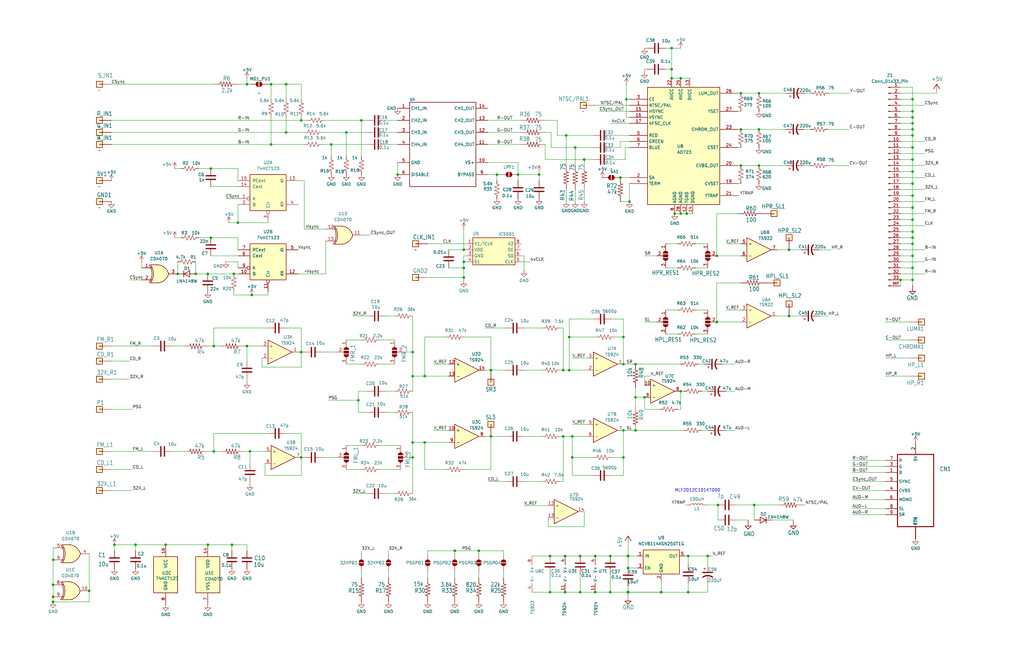
<source format=kicad_sch>
(kicad_sch (version 20250114) (generator "eeschema") (generator_version "9.0")
  (paper "B")
  (title_block (title "MegaAV Pro") (date "2025-07-08") (rev "VA0") (company "Developed By: RIP-Felix, RGBeter, Villahed94"))
  (text "MLF2012C101KT000" (at 294.132 207.01 0) (effects (font (size 1.27 1.27))))
  (junction (at 257.3478 234.6528))
  (junction (at 88.9 100.33))
  (junction (at 267.97 167.64))
  (junction (at 384.81 82.55))
  (junction (at 195.58 110.49))
  (junction (at 227.33 73.66))
  (junction (at 262.89 153.67))
  (junction (at 173.99 158.75))
  (junction (at 384.81 52.07))
  (junction (at 238.76 57.15))
  (junction (at 127 50.8))
  (junction (at 384.81 92.71))
  (junction (at 120.65 55.88))
  (junction (at 284.48 90.17))
  (junction (at 257.3478 249.8928))
  (junction (at 104.14 146.05))
  (junction (at 384.81 97.79))
  (junction (at 384.81 67.31))
  (junction (at 287.02 165.1))
  (junction (at 246.38 67.31))
  (junction (at 237.49 156.21))
  (junction (at 290.183 249.9064))
  (junction (at 191.77 232.41))
  (junction (at 106.172 124.46))
  (junction (at 265.43 85.09))
  (junction (at 69.85 229.87))
  (junction (at 302.26 135.89))
  (junction (at 250.9978 249.8928))
  (junction (at 379.73 118.11))
  (junction (at 264.8601 234.6528))
  (junction (at 312.42 39.37))
  (junction (at 90.17 190.5))
  (junction (at 384.81 100.33))
  (junction (at 312.42 69.85))
  (junction (at 267.97 181.61))
  (junction (at 74.93 115.57))
  (junction (at 302.768 213.106))
  (junction (at 244.6478 234.6528))
  (junction (at 384.81 72.39))
  (junction (at 242.57 62.23))
  (junction (at 264.8524 249.8928))
  (junction (at 250.9978 234.6528))
  (junction (at 384.81 113.03))
  (junction (at 264.16 41.91))
  (junction (at 127 148.59))
  (junction (at 320.04 54.61))
  (junction (at 262.89 181.61))
  (junction (at 278.8224 249.9064))
  (junction (at 283.21 33.02))
  (junction (at 105.41 190.5))
  (junction (at 262.89 142.24))
  (junction (at 332.74 133.35))
  (junction (at 22.4617 236.2359))
  (junction (at 22.3586 246.7724))
  (junction (at 271.78 167.64))
  (junction (at 384.81 102.87))
  (junction (at 384.81 77.47))
  (junction (at 195.58 117.094))
  (junction (at 287.02 90.17))
  (junction (at 287.02 33.02))
  (junction (at 262.89 193.04))
  (junction (at 290.1907 234.6246))
  (junction (at 384.81 49.53))
  (junction (at 237.49 184.15))
  (junction (at 264.8286 249.9064))
  (junction (at 238.2978 234.6528))
  (junction (at 384.81 54.61))
  (junction (at 179.07 186.69))
  (junction (at 87.63 229.87))
  (junction (at 104.14 35.56))
  (junction (at 264.8601 239.7046))
  (junction (at 97.79 229.87))
  (junction (at 120.65 35.56))
  (junction (at 195.58 113.03))
  (junction (at 283.21 29.21))
  (junction (at 320.04 69.85))
  (junction (at 127 193.04))
  (junction (at 82.55 115.57))
  (junction (at 22.3586 251.8524))
  (junction (at 312.42 54.61))
  (junction (at 384.81 107.95))
  (junction (at 173.99 193.04))
  (junction (at 195.58 105.41))
  (junction (at 146.05 55.88))
  (junction (at 238.2978 249.8928))
  (junction (at 278.8224 249.8928))
  (junction (at 167.64 73.66))
  (junction (at 209.55 73.66))
  (junction (at 22.3586 254))
  (junction (at 244.6478 249.8928))
  (junction (at 88.9 71.12))
  (junction (at 241.3 184.15))
  (junction (at 231.9478 249.8928))
  (junction (at 90.17 146.05))
  (junction (at 152.4 50.8))
  (junction (at 114.3 60.96))
  (junction (at 384.81 118.11))
  (junction (at 298.4164 234.6246))
  (junction (at 264.8601 234.6246))
  (junction (at 179.07 158.75))
  (junction (at 218.44 73.66))
  (junction (at 264.7406 249.8928))
  (junction (at 318.008 213.106))
  (junction (at 173.99 186.69))
  (junction (at 384.81 41.91))
  (junction (at 87.63 115.57))
  (junction (at 332.74 105.41))
  (junction (at 384.81 62.23))
  (junction (at 231.9478 234.6528))
  (junction (at 100.33 93.98))
  (junction (at 261.62 74.93))
  (junction (at 48.26 229.87))
  (junction (at 173.99 148.59))
  (junction (at 384.81 46.99))
  (junction (at 283.21 20.32))
  (junction (at 240.03 142.24))
  (junction (at 151.13 168.91))
  (junction (at 57.15 229.87))
  (junction (at 207.01 156.21))
  (junction (at 37.5986 249.3124))
  (junction (at 384.81 57.15))
  (junction (at 201.93 232.41))
  (junction (at 240.03 156.21))
  (junction (at 114.3 35.56))
  (junction (at 241.3 193.04))
  (junction (at 289.56 90.17))
  (junction (at 320.04 39.37))
  (junction (at 139.7 60.96))
  (junction (at 98.6043 115.57))
  (junction (at 267.97 153.67))
  (junction (at 207.01 184.15))
  (junction (at 384.81 87.63))
  (junction (at 302.26 107.95))
  (wire (pts (xy 373.38 143.51) (xy 383.54 143.51)))
  (wire (pts (xy 283.21 20.32) (xy 283.21 29.21)))
  (wire (pts (xy 261.62 62.23) (xy 257.81 62.23)))
  (wire (pts (xy 201.93 232.41) (xy 212.344 232.41)))
  (wire (pts (xy 280.67 113.03) (xy 285.75 113.03)))
  (wire (pts (xy 287.02 33.02) (xy 290.83 33.02)))
  (wire (pts (xy 207.01 142.24) (xy 207.01 156.21)))
  (wire (pts (xy 160.02 198.12) (xy 168.91 198.12)))
  (wire (pts (xy 104.14 160.02) (xy 104.14 161.29)))
  (wire (pts (xy 205.74 60.96) (xy 219.71 60.96)))
  (wire (pts (xy 379.73 87.63) (xy 384.81 87.63)))
  (wire (pts (xy 264.8286 249.9064) (xy 264.7406 249.9064)))
  (wire (pts (xy 195.58 105.41) (xy 195.58 96.52)))
  (wire (pts (xy 379.73 39.37) (xy 394.97 39.37)))
  (wire (pts (xy 379.73 64.77) (xy 389.89 64.77)))
  (wire (pts (xy 152.5464 99.224) (xy 156.21 99.224)))
  (wire (pts (xy 207.01 184.15) (xy 213.36 184.15)))
  (wire (pts (xy 242.57 80.01) (xy 242.57 85.09)))
  (wire (pts (xy 384.81 52.07) (xy 384.81 49.53)))
  (wire (pts (xy 195.58 110.49) (xy 195.58 113.03)))
  (wire (pts (xy 246.38 85.09) (xy 246.38 80.01)))
  (wire (pts (xy 311.15 46.99) (xy 312.42 46.99)))
  (wire (pts (xy 318.008 213.106) (xy 310.388 213.106)))
  (wire (pts (xy 72.39 190.5) (xy 77.47 190.5)))
  (wire (pts (xy 373.38 151.13) (xy 383.54 151.13)))
  (wire (pts (xy 152.4 50.8) (xy 152.4 66.04)))
  (wire (pts (xy 306.07 181.61) (xy 309.88 181.61)))
  (wire (pts (xy 151.13 165.1) (xy 151.13 168.91)))
  (wire (pts (xy 311.15 82.55) (xy 311.912 82.55)))
  (wire (pts (xy 267.97 153.67) (xy 287.02 153.67)))
  (wire (pts (xy 179.07 186.69) (xy 189.23 186.69)))
  (wire (pts (xy 209.55 73.66) (xy 210.82 73.66)))
  (wire (pts (xy 267.97 167.64) (xy 271.78 167.64)))
  (wire (pts (xy 204.47 184.15) (xy 207.01 184.15)))
  (wire (pts (xy 262.89 153.67) (xy 267.97 153.67)))
  (wire (pts (xy 231.14 222.25) (xy 246.38 222.25)))
  (wire (pts (xy 179.07 198.12) (xy 179.07 186.69)))
  (wire (pts (xy 238.2978 234.6528) (xy 244.6478 234.6528)))
  (wire (pts (xy 205.74 50.8) (xy 219.71 50.8)))
  (wire (pts (xy 349.25 54.61) (xy 358.14 54.61)))
  (wire (pts (xy 379.73 44.45) (xy 389.89 44.45)))
  (wire (pts (xy 320.04 54.61) (xy 331.47 54.61)))
  (wire (pts (xy 114.3 35.56) (xy 120.65 35.56)))
  (wire (pts (xy 162.56 55.88) (xy 167.64 55.88)))
  (wire (pts (xy 240.03 134.62) (xy 240.03 142.24)))
  (wire (pts (xy 207.01 198.12) (xy 207.01 184.15)))
  (wire (pts (xy 283.21 29.21) (xy 283.21 33.02)))
  (wire (pts (xy 234.95 50.8) (xy 234.95 57.15)))
  (wire (pts (xy 127 41.91) (xy 127 35.56)))
  (wire (pts (xy 262.89 134.62) (xy 262.89 142.24)))
  (wire (pts (xy 264.8286 249.9064) (xy 278.8224 249.9064)))
  (wire (pts (xy 180.34 102.87) (xy 196.85 102.87)))
  (wire (pts (xy 218.44 68.58) (xy 218.44 73.66)))
  (wire (pts (xy 262.89 193.04) (xy 262.89 181.61)))
  (wire (pts (xy 173.99 133.35) (xy 173.99 148.59)))
  (wire (pts (xy 379.73 118.11) (xy 379.73 120.65)))
  (wire (pts (xy 105.41 190.5) (xy 105.41 195.58)))
  (wire (pts (xy 262.89 181.61) (xy 267.97 181.61)))
  (wire (pts (xy 74.93 115.57) (xy 74.93 110.49)))
  (wire (pts (xy 73.66 71.12) (xy 76.2 71.12)))
  (wire (pts (xy 191.77 241.3) (xy 191.77 243.84)))
  (wire (pts (xy 287.02 20.32) (xy 283.21 20.32)))
  (wire (pts (xy 271.78 107.95) (xy 276.86 107.95)))
  (wire (pts (xy 152.4 232.41) (xy 152.4 233.68)))
  (wire (pts (xy 298.4164 247.4347) (xy 298.4164 246.1365)))
  (wire (pts (xy 173.99 186.69) (xy 173.99 193.04)))
  (wire (pts (xy 195.58 117.094) (xy 195.58 118.618)))
  (wire (pts (xy 264.7406 249.8928) (xy 264.8524 249.8928)))
  (wire (pts (xy 173.99 186.69) (xy 179.07 186.69)))
  (wire (pts (xy 379.73 62.23) (xy 384.81 62.23)))
  (wire (pts (xy 273.05 20.32) (xy 271.78 20.32)))
  (wire (pts (xy 146.05 198.12) (xy 152.4 198.12)))
  (wire (pts (xy 220.98 107.95) (xy 220.98 114.3)))
  (wire (pts (xy 379.73 74.93) (xy 389.89 74.93)))
  (wire (pts (xy 212.344 232.41) (xy 212.344 233.68)))
  (wire (pts (xy 105.41 190.5) (xy 111.76 190.5)))
  (wire (pts (xy 234.95 57.15) (xy 238.76 57.15)))
  (wire (pts (xy 120.65 49.53) (xy 120.65 55.88)))
  (wire (pts (xy 332.74 133.35) (xy 337.82 133.35)))
  (wire (pts (xy 379.73 113.03) (xy 384.81 113.03)))
  (wire (pts (xy 113.03 124.46) (xy 113.03 123.19)))
  (wire (pts (xy 220.98 213.36) (xy 231.14 213.36)))
  (wire (pts (xy 244.6478 249.8928) (xy 250.9978 249.8928)))
  (wire (pts (xy 128.27 96.684) (xy 137.3064 96.684)))
  (wire (pts (xy 379.73 80.01) (xy 389.89 80.01)))
  (wire (pts (xy 220.98 138.43) (xy 228.6 138.43)))
  (wire (pts (xy 359.41 196.85) (xy 373.38 196.85)))
  (wire (pts (xy 83.82 100.33) (xy 88.9 100.33)))
  (wire (pts (xy 125.73 148.59) (xy 127 148.59)))
  (wire (pts (xy 146.05 55.88) (xy 154.94 55.88)))
  (wire (pts (xy 373.38 158.75) (xy 383.54 158.75)))
  (wire (pts (xy 98.6043 115.57) (xy 100.33 115.57)))
  (wire (pts (xy 394.97 39.37) (xy 394.97 38.1)))
  (wire (pts (xy 349.25 69.85) (xy 358.14 69.85)))
  (wire (pts (xy 88.9 100.33) (xy 100.33 100.33)))
  (wire (pts (xy 120.65 55.88) (xy 128.27 55.88)))
  (wire (pts (xy 271.78 29.21) (xy 271.78 30.48)))
  (wire (pts (xy 238.76 85.09) (xy 238.76 80.01)))
  (wire (pts (xy 120.65 35.56) (xy 127 35.56)))
  (wire (pts (xy 154.94 165.1) (xy 151.13 165.1)))
  (wire (pts (xy 104.14 232.41) (xy 104.14 229.87)))
  (wire (pts (xy 384.81 54.61) (xy 384.81 52.07)))
  (wire (pts (xy 289.052 213.106) (xy 290.068 213.106)))
  (wire (pts (xy 289.56 90.17) (xy 292.1 90.17)))
  (wire (pts (xy 59.69 110.49) (xy 59.69 113.03)))
  (wire (pts (xy 373.38 135.89) (xy 383.54 135.89)))
  (wire (pts (xy 379.73 105.41) (xy 389.89 105.41)))
  (wire (pts (xy 349.504 39.37) (xy 358.394 39.37)))
  (wire (pts (xy 87.63 146.05) (xy 90.17 146.05)))
  (wire (pts (xy 306.07 130.81) (xy 312.42 130.81)))
  (wire (pts (xy 100.33 100.33) (xy 100.33 105.41)))
  (wire (pts (xy 257.81 52.07) (xy 265.43 52.07)))
  (wire (pts (xy 135.89 148.59) (xy 142.24 148.59)))
  (wire (pts (xy 22.4617 246.7724) (xy 22.4617 251.8524)))
  (wire (pts (xy 280.67 102.87) (xy 285.75 102.87)))
  (wire (pts (xy 191.77 232.41) (xy 191.77 233.68)))
  (wire (pts (xy 261.62 62.23) (xy 261.62 59.69)))
  (wire (pts (xy 173.99 173.99) (xy 173.99 186.69)))
  (wire (pts (xy 237.49 184.15) (xy 241.3 184.15)))
  (wire (pts (xy 311.15 54.61) (xy 312.42 54.61)))
  (wire (pts (xy 127 200.66) (xy 127 193.04)))
  (wire (pts (xy 264.8286 249.9064) (xy 264.8286 251.117)))
  (wire (pts (xy 212.344 241.3) (xy 212.344 243.84)))
  (wire (pts (xy 261.62 59.69) (xy 265.43 59.69)))
  (wire (pts (xy 257.3478 249.8928) (xy 264.7406 249.8928)))
  (wire (pts (xy 148.59 133.35) (xy 154.94 133.35)))
  (wire (pts (xy 298.4164 234.6246) (xy 300.4201 234.6246)))
  (wire (pts (xy 339.344 39.37) (xy 341.884 39.37)))
  (wire (pts (xy 209.55 76.2) (xy 209.55 73.66)))
  (wire (pts (xy 182.88 181.61) (xy 189.23 181.61)))
  (wire (pts (xy 264.8524 249.8928) (xy 264.8524 244.8128)))
  (wire (pts (xy 135.89 193.04) (xy 142.24 193.04)))
  (wire (pts (xy 207.01 156.21) (xy 213.36 156.21)))
  (wire (pts (xy 384.81 120.396) (xy 384.81 118.11)))
  (wire (pts (xy 162.56 165.1) (xy 166.37 165.1)))
  (wire (pts (xy 180.34 241.3) (xy 180.34 243.84)))
  (wire (pts (xy 310.388 219.456) (xy 315.468 219.456)))
  (wire (pts (xy 127 138.43) (xy 127 148.59)))
  (wire (pts (xy 290.1907 238.3858) (xy 290.1907 234.6246)))
  (wire (pts (xy 379.73 90.17) (xy 389.89 90.17)))
  (wire (pts (xy 139.7 60.96) (xy 154.94 60.96)))
  (wire (pts (xy 284.48 90.17) (xy 287.02 90.17)))
  (wire (pts (xy 238.76 57.15) (xy 250.19 57.15)))
  (wire (pts (xy 379.73 52.07) (xy 384.81 52.07)))
  (wire (pts (xy 290.1907 234.6246) (xy 298.4164 234.6246)))
  (wire (pts (xy 306.07 165.1) (xy 309.88 165.1)))
  (wire (pts (xy 196.85 107.95) (xy 195.58 107.95)))
  (wire (pts (xy 201.93 232.41) (xy 201.93 233.68)))
  (wire (pts (xy 252.3079 44.45) (xy 265.43 44.45)))
  (wire (pts (xy 205.74 73.66) (xy 209.55 73.66)))
  (wire (pts (xy 384.81 118.11) (xy 384.81 113.03)))
  (wire (pts (xy 237.49 138.43) (xy 236.22 138.43)))
  (wire (pts (xy 22.3586 251.8524) (xy 22.3586 254)))
  (wire (pts (xy 265.43 49.53) (xy 264.16 49.53)))
  (wire (pts (xy 312.42 39.37) (xy 320.04 39.37)))
  (wire (pts (xy 384.81 67.31) (xy 384.81 62.23)))
  (wire (pts (xy 359.41 214.63) (xy 373.38 214.63)))
  (wire (pts (xy 100.33 110.49) (xy 95.25 110.49)))
  (wire (pts (xy 338.328 213.106) (xy 339.598 213.106)))
  (wire (pts (xy 96.52 93.98) (xy 100.33 93.98)))
  (wire (pts (xy 180.34 117.094) (xy 195.58 117.094)))
  (wire (pts (xy 170.18 148.59) (xy 173.99 148.59)))
  (wire (pts (xy 379.73 59.69) (xy 389.89 59.69)))
  (wire (pts (xy 264.8524 244.8128) (xy 264.8601 244.8128)))
  (wire (pts (xy 379.73 49.53) (xy 384.81 49.53)))
  (wire (pts (xy 384.81 41.91) (xy 384.81 36.83)))
  (wire (pts (xy 384.81 57.15) (xy 384.81 54.61)))
  (wire (pts (xy 105.41 203.2) (xy 105.41 204.47)))
  (wire (pts (xy 278.8224 243.5428) (xy 278.8301 243.5428)))
  (wire (pts (xy 379.73 72.39) (xy 384.81 72.39)))
  (wire (pts (xy 220.98 184.15) (xy 228.6 184.15)))
  (wire (pts (xy 231.9478 242.2728) (xy 231.9478 249.8928)))
  (wire (pts (xy 229.87 67.31) (xy 246.38 67.31)))
  (wire (pts (xy 247.65 184.15) (xy 241.3 184.15)))
  (wire (pts (xy 241.3 151.13) (xy 247.65 151.13)))
  (wire (pts (xy 379.73 77.47) (xy 384.81 77.47)))
  (wire (pts (xy 138.43 168.91) (xy 151.13 168.91)))
  (wire (pts (xy 379.73 107.95) (xy 384.81 107.95)))
  (wire (pts (xy 69.85 229.87) (xy 87.63 229.87)))
  (wire (pts (xy 22.4617 251.8524) (xy 22.3586 251.8524)))
  (wire (pts (xy 148.59 208.28) (xy 154.94 208.28)))
  (wire (pts (xy 246.38 67.31) (xy 250.19 67.31)))
  (wire (pts (xy 262.89 142.24) (xy 262.89 153.67)))
  (wire (pts (xy 295.91 165.1) (xy 298.45 165.1)))
  (wire (pts (xy 229.87 60.96) (xy 229.87 67.31)))
  (wire (pts (xy 46.99 198.12) (xy 55.88 198.12)))
  (wire (pts (xy 100.33 86.36) (xy 100.33 93.98)))
  (wire (pts (xy 238.76 57.15) (xy 238.76 69.85)))
  (wire (pts (xy 160.02 153.67) (xy 166.37 153.67)))
  (wire (pts (xy 293.37 102.87) (xy 298.45 102.87)))
  (wire (pts (xy 251.0379 44.4559) (xy 252.3079 44.4559)))
  (wire (pts (xy 345.44 133.35) (xy 349.25 133.35)))
  (wire (pts (xy 179.07 142.24) (xy 179.07 158.75)))
  (wire (pts (xy 264.16 49.53) (xy 264.16 41.91)))
  (wire (pts (xy 244.6478 234.6528) (xy 250.9978 234.6528)))
  (wire (pts (xy 257.81 193.04) (xy 262.89 193.04)))
  (wire (pts (xy 82.55 115.57) (xy 87.63 115.57)))
  (wire (pts (xy 384.81 72.39) (xy 384.81 67.31)))
  (wire (pts (xy 160.02 143.51) (xy 166.37 143.51)))
  (wire (pts (xy 278.8224 243.5428) (xy 278.8224 249.8928)))
  (wire (pts (xy 379.73 115.57) (xy 389.89 115.57)))
  (wire (pts (xy 48.26 229.87) (xy 57.15 229.87)))
  (wire (pts (xy 127 148.59) (xy 127 154.94)))
  (wire (pts (xy 242.57 62.23) (xy 242.57 69.85)))
  (wire (pts (xy 302.26 119.38) (xy 302.26 135.89)))
  (wire (pts (xy 242.57 62.23) (xy 250.19 62.23)))
  (wire (pts (xy 327.66 133.35) (xy 332.74 133.35)))
  (wire (pts (xy 264.8524 249.8928) (xy 278.8224 249.8928)))
  (wire (pts (xy 267.97 167.64) (xy 267.97 171.45)))
  (wire (pts (xy 220.98 203.2) (xy 228.6 203.2)))
  (wire (pts (xy 37.5986 249.3124) (xy 37.5986 254)))
  (wire (pts (xy 273.05 29.21) (xy 271.78 29.21)))
  (wire (pts (xy 278.13 172.72) (xy 271.78 172.72)))
  (wire (pts (xy 250.9978 249.8928) (xy 257.3478 249.8928)))
  (wire (pts (xy 163.83 232.41) (xy 163.83 233.68)))
  (wire (pts (xy 384.81 113.03) (xy 384.81 107.95)))
  (wire (pts (xy 128.27 76.2) (xy 128.27 96.684)))
  (wire (pts (xy 271.78 158.75) (xy 271.78 162.56)))
  (wire (pts (xy 231.14 218.44) (xy 231.14 222.25)))
  (wire (pts (xy 22.4617 231.1559) (xy 22.4617 236.2359)))
  (wire (pts (xy 312.42 119.38) (xy 302.26 119.38)))
  (wire (pts (xy 241.3 193.04) (xy 241.3 184.15)))
  (wire (pts (xy 293.37 130.81) (xy 298.45 130.81)))
  (wire (pts (xy 250.19 200.66) (xy 241.3 200.66)))
  (wire (pts (xy 162.56 133.35) (xy 166.37 133.35)))
  (wire (pts (xy 250.19 134.62) (xy 240.03 134.62)))
  (wire (pts (xy 46.99 35.56) (xy 90.17 35.56)))
  (wire (pts (xy 293.37 140.97) (xy 298.45 140.97)))
  (wire (pts (xy 263.652 62.23) (xy 265.43 62.23)))
  (wire (pts (xy 264.8601 234.6528) (xy 264.8601 239.7046)))
  (wire (pts (xy 127 50.8) (xy 129.54 50.8)))
  (wire (pts (xy 384.81 92.71) (xy 384.81 97.79)))
  (wire (pts (xy 379.73 85.09) (xy 389.89 85.09)))
  (wire (pts (xy 379.73 95.25) (xy 389.89 95.25)))
  (wire (pts (xy 318.008 219.456) (xy 318.008 213.106)))
  (wire (pts (xy 241.3 179.07) (xy 247.65 179.07)))
  (wire (pts (xy 311.15 77.47) (xy 312.42 77.47)))
  (wire (pts (xy 304.8 153.67) (xy 309.88 153.67)))
  (wire (pts (xy 218.44 76.2) (xy 218.44 73.66)))
  (wire (pts (xy 237.49 184.15) (xy 237.49 203.2)))
  (wire (pts (xy 90.17 146.05) (xy 92.71 146.05)))
  (wire (pts (xy 173.99 193.04) (xy 173.99 208.28)))
  (wire (pts (xy 227.33 76.2) (xy 227.33 73.66)))
  (wire (pts (xy 240.03 142.24) (xy 251.46 142.24)))
  (wire (pts (xy 46.99 60.96) (xy 114.3 60.96)))
  (wire (pts (xy 379.73 118.11) (xy 384.81 118.11)))
  (wire (pts (xy 224.3278 234.6528) (xy 231.9478 234.6528)))
  (wire (pts (xy 104.14 229.87) (xy 97.79 229.87)))
  (wire (pts (xy 172.72 193.04) (xy 173.99 193.04)))
  (wire (pts (xy 173.99 158.75) (xy 173.99 165.1)))
  (wire (pts (xy 244.6478 242.2728) (xy 244.6478 249.8928)))
  (wire (pts (xy 237.49 203.2) (xy 236.22 203.2)))
  (wire (pts (xy 312.42 69.85) (xy 320.04 69.85)))
  (wire (pts (xy 267.97 163.83) (xy 267.97 167.64)))
  (wire (pts (xy 384.81 107.95) (xy 384.81 102.87)))
  (wire (pts (xy 232.41 55.88) (xy 232.41 62.23)))
  (wire (pts (xy 379.73 67.31) (xy 384.81 67.31)))
  (wire (pts (xy 127 193.04) (xy 128.27 193.04)))
  (wire (pts (xy 162.56 208.28) (xy 166.37 208.28)))
  (wire (pts (xy 246.38 222.25) (xy 246.38 215.9)))
  (wire (pts (xy 146.05 153.67) (xy 152.4 153.67)))
  (wire (pts (xy 83.82 71.12) (xy 88.9 71.12)))
  (wire (pts (xy 120.65 41.91) (xy 120.65 35.56)))
  (wire (pts (xy 146.05 55.88) (xy 146.05 66.04)))
  (wire (pts (xy 151.13 168.91) (xy 151.13 173.99)))
  (wire (pts (xy 125.73 76.2) (xy 128.27 76.2)))
  (wire (pts (xy 250.19 193.04) (xy 241.3 193.04)))
  (wire (pts (xy 379.73 97.79) (xy 384.81 97.79)))
  (wire (pts (xy 325.628 219.456) (xy 334.518 219.456)))
  (wire (pts (xy 162.56 50.8) (xy 167.64 50.8)))
  (wire (pts (xy 379.73 57.15) (xy 384.81 57.15)))
  (wire (pts (xy 95.25 83.82) (xy 100.33 83.82)))
  (wire (pts (xy 46.99 152.4) (xy 54.61 152.4)))
  (wire (pts (xy 237.49 156.21) (xy 240.03 156.21)))
  (wire (pts (xy 102.87 190.5) (xy 105.41 190.5)))
  (wire (pts (xy 114.3 35.56) (xy 113.03 35.56)))
  (wire (pts (xy 162.56 60.96) (xy 167.64 60.96)))
  (wire (pts (xy 195.58 113.03) (xy 195.58 117.094)))
  (wire (pts (xy 179.07 158.75) (xy 189.23 158.75)))
  (wire (pts (xy 219.71 110.49) (xy 223.52 110.49)))
  (wire (pts (xy 90.17 182.88) (xy 113.03 182.88)))
  (wire (pts (xy 195.58 142.24) (xy 207.01 142.24)))
  (wire (pts (xy 257.3478 234.6528) (xy 264.8601 234.6528)))
  (wire (pts (xy 283.21 33.02) (xy 287.02 33.02)))
  (wire (pts (xy 265.43 41.91) (xy 264.16 41.91)))
  (wire (pts (xy 37.5986 254) (xy 22.3586 254)))
  (wire (pts (xy 135.89 60.96) (xy 139.7 60.96)))
  (wire (pts (xy 72.39 146.05) (xy 77.47 146.05)))
  (wire (pts (xy 195.58 110.49) (xy 196.85 110.49)))
  (wire (pts (xy 46.99 146.05) (xy 64.77 146.05)))
  (wire (pts (xy 280.67 130.81) (xy 285.75 130.81)))
  (wire (pts (xy 285.75 172.72) (xy 287.02 172.72)))
  (wire (pts (xy 311.15 62.23) (xy 312.42 62.23)))
  (wire (pts (xy 48.26 232.41) (xy 48.26 229.87)))
  (wire (pts (xy 287.02 172.72) (xy 287.02 165.1)))
  (wire (pts (xy 218.44 73.66) (xy 227.33 73.66)))
  (wire (pts (xy 327.66 105.41) (xy 332.74 105.41)))
  (wire (pts (xy 240.03 156.21) (xy 247.65 156.21)))
  (wire (pts (xy 241.3 193.04) (xy 241.3 200.66)))
  (wire (pts (xy 152.4 241.3) (xy 152.4 243.84)))
  (wire (pts (xy 87.63 190.5) (xy 90.17 190.5)))
  (wire (pts (xy 46.99 172.72) (xy 55.88 172.72)))
  (wire (pts (xy 125.73 115.57) (xy 137.3064 115.57)))
  (wire (pts (xy 290.183 246.034) (xy 290.1907 246.034)))
  (wire (pts (xy 263.652 62.23) (xy 263.652 67.31)))
  (wire (pts (xy 111.76 200.66) (xy 127 200.66)))
  (wire (pts (xy 88.9 78.74) (xy 100.33 78.74)))
  (wire (pts (xy 90.17 190.5) (xy 92.71 190.5)))
  (wire (pts (xy 238.2978 249.8928) (xy 244.6478 249.8928)))
  (wire (pts (xy 87.63 229.87) (xy 97.79 229.87)))
  (wire (pts (xy 219.71 107.95) (xy 220.98 107.95)))
  (wire (pts (xy 135.89 55.88) (xy 146.05 55.88)))
  (wire (pts (xy 311.15 69.85) (xy 312.42 69.85)))
  (wire (pts (xy 127 182.88) (xy 127 193.04)))
  (wire (pts (xy 120.65 182.88) (xy 127 182.88)))
  (wire (pts (xy 250.9978 234.6528) (xy 257.3478 234.6528)))
  (wire (pts (xy 137.3064 115.57) (xy 137.3064 101.764)))
  (wire (pts (xy 182.88 153.67) (xy 189.23 153.67)))
  (wire (pts (xy 160.02 187.96) (xy 168.91 187.96)))
  (wire (pts (xy 110.49 151.13) (xy 110.49 154.94)))
  (wire (pts (xy 265.43 77.47) (xy 265.43 85.09)))
  (wire (pts (xy 167.64 68.58) (xy 167.64 73.66)))
  (wire (pts (xy 90.17 138.43) (xy 90.17 146.05)))
  (wire (pts (xy 195.58 107.95) (xy 195.58 110.49)))
  (wire (pts (xy 264.8601 228.7882) (xy 264.8601 234.6246)))
  (wire (pts (xy 163.83 241.3) (xy 163.83 243.84)))
  (wire (pts (xy 104.14 146.05) (xy 110.49 146.05)))
  (wire (pts (xy 379.73 69.85) (xy 389.89 69.85)))
  (wire (pts (xy 293.37 113.03) (xy 298.45 113.03)))
  (wire (pts (xy 298.4087 249.9064) (xy 290.183 249.9064)))
  (wire (pts (xy 257.81 200.66) (xy 262.89 200.66)))
  (wire (pts (xy 257.3478 242.2728) (xy 257.3478 249.8928)))
  (wire (pts (xy 359.41 194.31) (xy 373.38 194.31)))
  (wire (pts (xy 264.8601 234.6246) (xy 264.8601 234.6528)))
  (wire (pts (xy 257.81 57.15) (xy 265.43 57.15)))
  (wire (pts (xy 137.16 50.8) (xy 152.4 50.8)))
  (wire (pts (xy 265.43 85.09) (xy 261.62 85.09)))
  (wire (pts (xy 204.47 156.21) (xy 207.01 156.21)))
  (wire (pts (xy 37.5986 233.6959) (xy 37.7017 233.6959)))
  (wire (pts (xy 379.73 92.71) (xy 384.81 92.71)))
  (wire (pts (xy 22.3586 236.2359) (xy 22.4617 236.2359)))
  (wire (pts (xy 264.8601 234.6246) (xy 268.6701 234.6246)))
  (wire (pts (xy 267.97 181.61) (xy 288.29 181.61)))
  (wire (pts (xy 146.05 187.96) (xy 152.4 187.96)))
  (wire (pts (xy 100.33 71.12) (xy 100.33 76.2)))
  (wire (pts (xy 271.78 167.64) (xy 271.78 172.72)))
  (wire (pts (xy 46.99 160.02) (xy 54.61 160.02)))
  (wire (pts (xy 312.42 54.61) (xy 320.04 54.61)))
  (wire (pts (xy 302.26 90.17) (xy 302.26 107.95)))
  (wire (pts (xy 180.34 232.41) (xy 180.34 233.68)))
  (wire (pts (xy 384.81 87.63) (xy 384.81 82.55)))
  (wire (pts (xy 384.81 49.53) (xy 384.81 46.99)))
  (wire (pts (xy 379.73 41.91) (xy 384.81 41.91)))
  (wire (pts (xy 236.22 156.21) (xy 237.49 156.21)))
  (wire (pts (xy 106.172 124.46) (xy 98.6043 124.46)))
  (wire (pts (xy 379.73 54.61) (xy 384.81 54.61)))
  (wire (pts (xy 290.1907 246.034) (xy 290.1907 246.0058)))
  (wire (pts (xy 384.81 46.99) (xy 384.81 41.91)))
  (wire (pts (xy 384.81 100.33) (xy 384.81 97.79)))
  (wire (pts (xy 46.99 55.88) (xy 120.65 55.88)))
  (wire (pts (xy 114.3 49.53) (xy 114.3 60.96)))
  (wire (pts (xy 311.15 90.17) (xy 302.26 90.17)))
  (wire (pts (xy 290.183 249.9064) (xy 278.8224 249.9064)))
  (wire (pts (xy 189.23 105.41) (xy 195.58 105.41)))
  (wire (pts (xy 320.04 39.37) (xy 331.724 39.37)))
  (wire (pts (xy 295.91 181.61) (xy 298.45 181.61)))
  (wire (pts (xy 318.008 213.106) (xy 328.168 213.106)))
  (wire (pts (xy 294.64 153.67) (xy 297.18 153.67)))
  (wire (pts (xy 384.81 77.47) (xy 384.81 72.39)))
  (wire (pts (xy 264.8601 239.7046) (xy 268.6701 239.7046)))
  (wire (pts (xy 345.44 105.41) (xy 350.52 105.41)))
  (wire (pts (xy 302.26 107.95) (xy 312.42 107.95)))
  (wire (pts (xy 278.8224 249.9064) (xy 278.8224 249.8928)))
  (wire (pts (xy 252.3079 44.4559) (xy 252.3079 44.45)))
  (wire (pts (xy 384.81 102.87) (xy 384.81 100.33)))
  (wire (pts (xy 264.16 41.91) (xy 264.16 35.56)))
  (wire (pts (xy 82.55 115.57) (xy 82.55 110.49)))
  (wire (pts (xy 237.49 138.43) (xy 237.49 156.21)))
  (wire (pts (xy 88.9 107.95) (xy 100.33 107.95)))
  (wire (pts (xy 227.33 72.39) (xy 227.33 73.66)))
  (wire (pts (xy 90.17 138.43) (xy 113.03 138.43)))
  (wire (pts (xy 384.81 82.55) (xy 384.81 77.47)))
  (wire (pts (xy 22.3586 246.7724) (xy 22.4617 246.7724)))
  (wire (pts (xy 379.73 110.49) (xy 389.89 110.49)))
  (wire (pts (xy 359.41 199.39) (xy 373.38 199.39)))
  (wire (pts (xy 127 49.53) (xy 127 50.8)))
  (wire (pts (xy 359.41 210.82) (xy 373.38 210.82)))
  (wire (pts (xy 278.8301 243.5428) (xy 278.8301 244.7846)))
  (wire (pts (xy 152.4 50.8) (xy 154.94 50.8)))
  (wire (pts (xy 88.9 71.12) (xy 100.33 71.12)))
  (wire (pts (xy 100.33 35.56) (xy 104.14 35.56)))
  (wire (pts (xy 120.65 138.43) (xy 127 138.43)))
  (wire (pts (xy 379.73 100.33) (xy 384.81 100.33)))
  (wire (pts (xy 320.04 69.85) (xy 331.47 69.85)))
  (wire (pts (xy 146.05 143.51) (xy 152.4 143.51)))
  (wire (pts (xy 379.73 102.87) (xy 384.81 102.87)))
  (wire (pts (xy 100.33 93.98) (xy 113.03 93.98)))
  (wire (pts (xy 205.74 203.2) (xy 213.36 203.2)))
  (wire (pts (xy 311.15 39.37) (xy 312.42 39.37)))
  (wire (pts (xy 57.15 229.87) (xy 69.85 229.87)))
  (wire (pts (xy 114.3 60.96) (xy 128.27 60.96)))
  (wire (pts (xy 274.32 158.75) (xy 271.78 158.75)))
  (wire (pts (xy 298.4087 247.4347) (xy 298.4087 249.9064)))
  (wire (pts (xy 191.77 232.41) (xy 201.93 232.41)))
  (wire (pts (xy 229.87 55.88) (xy 232.41 55.88)))
  (wire (pts (xy 240.03 142.24) (xy 240.03 156.21)))
  (wire (pts (xy 189.23 113.03) (xy 195.58 113.03)))
  (wire (pts (xy 111.76 195.58) (xy 111.76 200.66)))
  (wire (pts (xy 73.66 100.33) (xy 76.2 100.33)))
  (wire (pts (xy 271.78 135.89) (xy 276.86 135.89)))
  (wire (pts (xy 302.768 219.456) (xy 302.768 213.106)))
  (wire (pts (xy 87.63 115.57) (xy 98.6043 115.57)))
  (wire (pts (xy 104.14 146.05) (xy 104.14 152.4)))
  (wire (pts (xy 288.29 165.1) (xy 287.02 165.1)))
  (wire (pts (xy 384.81 36.83) (xy 379.73 36.83)))
  (wire (pts (xy 283.21 20.32) (xy 280.67 20.32)))
  (wire (pts (xy 359.41 203.2) (xy 373.38 203.2)))
  (wire (pts (xy 257.81 134.62) (xy 262.89 134.62)))
  (wire (pts (xy 201.93 241.3) (xy 201.93 243.84)))
  (wire (pts (xy 259.08 142.24) (xy 262.89 142.24)))
  (wire (pts (xy 384.81 62.23) (xy 384.81 57.15)))
  (wire (pts (xy 332.74 105.41) (xy 337.82 105.41)))
  (wire (pts (xy 90.17 182.88) (xy 90.17 190.5)))
  (wire (pts (xy 100.33 110.49) (xy 100.33 113.03)))
  (wire (pts (xy 57.15 232.41) (xy 57.15 229.87)))
  (wire (pts (xy 114.3 41.91) (xy 114.3 35.56)))
  (wire (pts (xy 224.3278 249.8928) (xy 231.9478 249.8928)))
  (wire (pts (xy 298.4164 238.5165) (xy 298.4164 234.6246)))
  (wire (pts (xy 297.688 213.106) (xy 302.768 213.106)))
  (wire (pts (xy 205.74 68.58) (xy 218.44 68.58)))
  (wire (pts (xy 339.09 69.85) (xy 341.63 69.85)))
  (wire (pts (xy 264.8601 244.8128) (xy 264.8601 247.3246)))
  (wire (pts (xy 54.61 118.11) (xy 59.69 118.11)))
  (wire (pts (xy 261.62 74.93) (xy 265.43 74.93)))
  (wire (pts (xy 306.07 102.87) (xy 312.42 102.87)))
  (wire (pts (xy 257.81 67.31) (xy 263.652 67.31)))
  (wire (pts (xy 280.67 140.97) (xy 285.75 140.97)))
  (wire (pts (xy 264.7406 249.8928) (xy 264.7406 249.9064)))
  (wire (pts (xy 379.73 82.55) (xy 384.81 82.55)))
  (wire (pts (xy 287.02 90.17) (xy 289.56 90.17)))
  (wire (pts (xy 359.41 207.01) (xy 373.38 207.01)))
  (wire (pts (xy 359.41 217.17) (xy 373.38 217.17)))
  (wire (pts (xy 180.34 232.41) (xy 191.77 232.41)))
  (wire (pts (xy 205.74 55.88) (xy 219.71 55.88)))
  (wire (pts (xy 162.56 173.99) (xy 166.37 173.99)))
  (wire (pts (xy 113.03 124.46) (xy 106.172 124.46)))
  (wire (pts (xy 102.87 146.05) (xy 104.14 146.05)))
  (wire (pts (xy 283.21 29.21) (xy 280.67 29.21)))
  (wire (pts (xy 46.99 190.5) (xy 64.77 190.5)))
  (wire (pts (xy 151.13 173.99) (xy 154.94 173.99)))
  (wire (pts (xy 187.96 142.24) (xy 179.07 142.24)))
  (wire (pts (xy 195.58 198.12) (xy 207.01 198.12)))
  (wire (pts (xy 104.14 33.02) (xy 104.14 35.56)))
  (wire (pts (xy 252.73 46.99) (xy 265.43 46.99)))
  (wire (pts (xy 220.98 156.21) (xy 228.6 156.21)))
  (wire (pts (xy 46.99 207.01) (xy 55.88 207.01)))
  (wire (pts (xy 22.3586 246.7724) (xy 22.3586 236.2359)))
  (wire (pts (xy 127 148.59) (xy 128.27 148.59)))
  (wire (pts (xy 110.49 154.94) (xy 127 154.94)))
  (wire (pts (xy 173.99 148.59) (xy 173.99 158.75)))
  (wire (pts (xy 97.79 232.41) (xy 97.79 229.87)))
  (wire (pts (xy 298.4087 247.4347) (xy 298.4164 247.4347)))
  (wire (pts (xy 236.22 184.15) (xy 237.49 184.15)))
  (wire (pts (xy 204.47 138.43) (xy 213.36 138.43)))
  (wire (pts (xy 384.81 92.71) (xy 384.81 87.63)))
  (wire (pts (xy 37.5986 249.3124) (xy 37.5986 233.6959)))
  (wire (pts (xy 173.99 158.75) (xy 179.07 158.75)))
  (wire (pts (xy 98.6043 124.46) (xy 98.6043 123.19)))
  (wire (pts (xy 196.85 105.41) (xy 195.58 105.41)))
  (wire (pts (xy 104.14 35.56) (xy 105.41 35.56)))
  (wire (pts (xy 339.09 54.61) (xy 341.63 54.61)))
  (wire (pts (xy 246.38 69.85) (xy 246.38 67.31)))
  (wire (pts (xy 231.9478 249.8928) (xy 238.2978 249.8928)))
  (wire (pts (xy 232.41 62.23) (xy 242.57 62.23)))
  (wire (pts (xy 231.9478 234.6528) (xy 238.2978 234.6528)))
  (wire (pts (xy 302.26 135.89) (xy 312.42 135.89)))
  (wire (pts (xy 290.183 246.034) (xy 290.183 249.9064)))
  (wire (pts (xy 229.87 50.8) (xy 234.95 50.8)))
  (wire (pts (xy 290.1907 234.6246) (xy 288.9901 234.6246)))
  (wire (pts (xy 139.7 60.96) (xy 139.7 66.04)))
  (wire (pts (xy 46.99 50.8) (xy 127 50.8)))
  (wire (pts (xy 187.96 198.12) (xy 179.07 198.12)))
  (wire (pts (xy 262.89 193.04) (xy 262.89 200.66)))
  (wire (pts (xy 379.73 46.99) (xy 384.81 46.99)))
  (label "NTSC{slash}PAL" (at 339.598 213.106 0))
  (label "32X_L" (at 389.89 80.01 0) (effects (font (size 1.2446 1.2446))))
  (label "Vsync" (at 125.73 105.41 0))
  (label "32X_R" (at 389.89 69.85 0) (effects (font (size 1.2446 1.2446))))
  (label "B-OUT" (at 359.41 199.39 0))
  (label "PSG" (at 55.88 172.72 0) (effects (font (size 1.2446 1.2446))))
  (label "PSG" (at 389.89 64.77 0) (effects (font (size 1.2446 1.2446))))
  (label "CSync_OUT" (at 359.41 203.2 0))
  (label "32X_L" (at 148.59 208.28 0) (effects (font (size 1.2446 1.2446))))
  (label "HP_R" (at 373.38 158.75 0) (effects (font (size 1.2446 1.2446))))
  (label "CSync" (at 46.99 35.56 0))
  (label "FM_R" (at 389.89 90.17 0) (effects (font (size 1.2446 1.2446))))
  (label "SL" (at 264.16 181.61 0) (effects (font (size 1.2446 1.2446))))
  (label "V_REF" (at 182.88 153.67 0) (effects (font (size 1.2446 1.2446))))
  (label "HP_R" (at 350.52 105.41 0) (effects (font (size 1.2446 1.2446))))
  (label "32X_R" (at 163.83 232.41 0) (effects (font (size 1.2446 1.2446))))
  (label "4xCLK" (at 257.81 52.07 0))
  (label "V_REF" (at 182.88 181.61 0) (effects (font (size 1.2446 1.2446))))
  (label "B-OUT" (at 209.55 60.96 0))
  (label "32X_R" (at 54.61 160.02 0) (effects (font (size 1.2446 1.2446))))
  (label "B-IN" (at 389.89 105.41 0) (effects (font (size 1.2446 1.2446))))
  (label "V_REF" (at 306.07 102.87 0) (effects (font (size 1.2446 1.2446))))
  (label "CD_L" (at 389.89 74.93 0) (effects (font (size 1.2446 1.2446))))
  (label "FM_L" (at 389.89 85.09 0) (effects (font (size 1.2446 1.2446))))
  (label "CV-OUT" (at 358.14 69.85 0))
  (label "HP_L" (at 373.38 151.13 0) (effects (font (size 1.2446 1.2446))))
  (label "Hsync" (at 128.8887 96.684 0))
  (label "C-OUT" (at 373.38 143.51 0))
  (label "AUD-M" (at 359.41 210.82 0) (effects (font (size 1.2446 1.2446))))
  (label "AUD-R" (at 309.88 153.67 0) (effects (font (size 1.2446 1.2446))))
  (label "AUD-L" (at 309.88 181.61 0) (effects (font (size 1.2446 1.2446))))
  (label "YTRAP" (at 289.052 213.106 180))
  (label "CD_R" (at 204.47 138.43 0) (effects (font (size 1.2446 1.2446))))
  (label "R-OUT" (at 359.41 194.31 0))
  (label "V_REF" (at 274.32 158.75 0) (effects (font (size 1.2446 1.2446))))
  (label "PSG" (at 138.43 168.91 0) (effects (font (size 1.2446 1.2446))))
  (label "Y-OUT" (at 358.394 39.37 0))
  (label "V_REF" (at 300.4201 234.6246 0) (effects (font (size 1.2446 1.2446))))
  (label "B-IN" (at 100.33 60.96 0) (effects (font (size 1.2446 1.2446))))
  (label "G-OUT" (at 359.41 196.85 0))
  (label "~Vsync" (at 128.27 115.57 0))
  (label "AUD-M" (at 309.88 165.1 0) (effects (font (size 1.2446 1.2446))))
  (label "CD_R" (at 54.61 152.4 0) (effects (font (size 1.2446 1.2446))))
  (label "CSync_OUT" (at 156.21 99.224 0))
  (label "SR" (at 271.78 107.95 0) (effects (font (size 1.2446 1.2446))))
  (label "R-OUT" (at 209.55 50.8 0))
  (label "R-IN" (at 100.33 50.8 0) (effects (font (size 1.2446 1.2446))))
  (label "V_REF" (at 241.3 179.07 0) (effects (font (size 1.2446 1.2446))))
  (label "CSync_OUT" (at 252.73 46.99 0))
  (label "32X_L" (at 152.4 232.41 0) (effects (font (size 1.2446 1.2446))))
  (label "FM_R" (at 54.61 146.05 0) (effects (font (size 1.2446 1.2446))))
  (label "CSync" (at 389.89 44.45 0))
  (label "HP_L" (at 349.25 133.35 0) (effects (font (size 1.2446 1.2446))))
  (label "Y-OUT" (at 373.38 135.89 0))
  (label "32X_L" (at 55.88 207.01 0) (effects (font (size 1.2446 1.2446))))
  (label "CD_L" (at 55.88 198.12 0) (effects (font (size 1.2446 1.2446))))
  (label "CD_R" (at 389.89 59.69 0) (effects (font (size 1.2446 1.2446))))
  (label "AUD-R" (at 359.41 217.17 0) (effects (font (size 1.2446 1.2446))))
  (label "G-IN" (at 389.89 110.49 0) (effects (font (size 1.2446 1.2446))))
  (label "CV-OUT" (at 359.41 207.01 0))
  (label "CSync" (at 54.61 118.11 0))
  (label "AUD-L" (at 359.41 214.63 0) (effects (font (size 1.2446 1.2446))))
  (label "NTSC{slash}PAL" (at 253.1837 44.45 0))
  (label "R-IN" (at 389.89 115.57 0) (effects (font (size 1.2446 1.2446))))
  (label "G-OUT" (at 209.55 55.88 0))
  (label "V_REF" (at 220.98 213.36 0) (effects (font (size 1.2446 1.2446))))
  (label "C-OUT" (at 358.14 54.61 0))
  (label "32X_R" (at 148.59 133.35 0) (effects (font (size 1.2446 1.2446))))
  (label "4xCLK" (at 223.52 110.49 0))
  (label "SR" (at 264.16 153.67 0) (effects (font (size 1.2446 1.2446))))
  (label "CLK" (at 389.89 95.25 0) (effects (font (size 1.2446 1.2446))))
  (label "CSync" (at 95.25 83.82 0))
  (label "YTRAP" (at 311.912 82.55 0))
  (label "FM_L" (at 55.88 190.5 0) (effects (font (size 1.2446 1.2446))))
  (label "SL" (at 271.78 135.89 0) (effects (font (size 1.2446 1.2446))))
  (label "CD_L" (at 205.74 203.2 0) (effects (font (size 1.2446 1.2446))))
  (label "V_REF" (at 306.07 130.81 0) (effects (font (size 1.2446 1.2446))))
  (label "CLK" (at 186.69 102.87 0) (effects (font (size 1.2446 1.2446))))
  (label "PSG" (at 194.7999 232.41 0) (effects (font (size 1.2446 1.2446))))
  (label "G-IN" (at 100.33 55.88 0) (effects (font (size 1.2446 1.2446))))
  (label "V_REF" (at 241.3 151.13 0) (effects (font (size 1.2446 1.2446))))
  (symbol (lib_id "3bpV2A_RevC-eagle-import:+5V") (at 394.97 35.56 0) (unit 1)
    (property "Reference" "#P+02" (effects (hide yes)))
    (property "Value" "+5V" (at 392.684 34.29 0) (effects (font (size 1.778 1.5113)) (justify left bottom)))
    (property "Footprint" "3bpV2A_RevC:" (effects (hide yes)))
  )
  (symbol (lib_id "My_Library:SMD_Conn_01x01") (at 41.91 85.09 0) (unit 1) (in_bom no)
    (property "Reference" "GND1" (at 40.767 83.2358 0) (effects (font (size 1.778 1.5113)) (justify left bottom)))
    (property "Value" "~" (at 41.91 87.63 0))
    (property "Footprint" "Connector_Wire:SolderWirePad_1x01_SMD_1x2mm" (effects (hide yes)))
  )
  (symbol (lib_id "Device:Opamp_Dual") (at 320.04 133.35 0) (unit 1)
    (property "Reference" "U6" (at 323.088 126.492 0))
    (property "Value" "TS922" (at 323.088 128.524 0))
    (property "Footprint" "Package_SO:SO-8_3.9x4.9mm_P1.27mm" (effects (hide yes)))
    (property "Description" "Dual operational amplifier" (effects (hide yes)))
    (property "Sim.Library" "${KICAD7_SYMBOL_DIR}/Simulation_SPICE.sp" (effects (hide yes)))
    (property "Sim.Name" "kicad_builtin_opamp_dual" (effects (hide yes)))
    (property "Sim.Device" "SUBCKT" (effects (hide yes)))
    (property "Sim.Pins" "1=out1 2=in1- 3=in1+ 4=vee 5=in2+ 6=in2- 7=out2 8=vcc" (effects (hide yes)))
  )
  (symbol (lib_id "Device:C") (at 254 134.62 90) (unit 1)
    (property "Reference" "C35" (at 251.206 131.572 90))
    (property "Value" "5600p" (at 257.048 131.318 90))
    (property "Footprint" "Capacitor_SMD:C_0402_1005Metric" (effects (hide yes)))
    (property "Description" "Unpolarized capacitor" (effects (hide yes)))
  )
  (symbol (lib_id "Device:C") (at 104.14 236.22 0) (unit 1)
    (property "Reference" "C10" (at 107.188 236.474 0) (effects (font (size 1.778 1.5113)) (justify left bottom)))
    (property "Value" "10u" (at 106.934 239.268 0) (effects (font (size 1.778 1.5113)) (justify left bottom)))
    (property "Footprint" "Capacitor_SMD:C_0805_2012Metric" (effects (hide yes)))
  )
  (symbol (lib_id "power:+5V") (at 264.16 35.56 0) (unit 1)
    (property "Reference" "#PWR042" (effects (hide yes)))
    (property "Value" "+5V" (at 264.16 32.004 0))
    (property "Description" "Power symbol creates a global label with name \"+5V\"" (effects (hide yes)))
  )
  (symbol (lib_id "Device:C") (at 158.75 55.88 90) (unit 1)
    (property "Reference" "C17" (at 161.544 54.864 90))
    (property "Value" "0.1u" (at 161.798 56.896 90))
    (property "Footprint" "Capacitor_SMD:C_0402_1005Metric" (effects (hide yes)))
    (property "Description" "Unpolarized capacitor" (effects (hide yes)))
  )
  (symbol (lib_id "Device:C_Polarized_US") (at 300.99 153.67 90) (unit 1)
    (property "Reference" "C42" (at 297.942 152.4 90))
    (property "Value" "47u" (at 305.308 152.4 90))
    (property "Footprint" "Capacitor_SMD:C_1206_3216Metric" (effects (hide yes)))
    (property "Description" "Polarized capacitor, US symbol" (effects (hide yes)))
  )
  (symbol (lib_id "power:+5V") (at 73.66 100.33 0) (unit 1)
    (property "Reference" "#PWR09" (effects (hide yes)))
    (property "Value" "+5V" (at 70.612 98.298 0))
    (property "Description" "Power symbol creates a global label with name \"+5V\"" (effects (hide yes)))
  )
  (symbol (lib_id "3bpV2A_RevC-eagle-import:R-US_R0603") (at 317.5 119.38 0) (unit 1)
    (property "Reference" "R61" (at 315.722 118.11 0) (effects (font (size 1.778 1.5113)) (justify left bottom)))
    (property "Value" "100" (at 315.722 122.936 0) (effects (font (size 1.778 1.5113)) (justify left bottom)))
    (property "Footprint" "Resistor_SMD:R_0402_1005Metric" (effects (hide yes)))
  )
  (symbol (lib_id "Device:R_US") (at 170.18 133.35 90) (unit 1)
    (property "Reference" "R26" (at 167.894 130.556 90))
    (property "Value" "36k" (at 173.482 130.556 90))
    (property "Footprint" "Resistor_SMD:R_0603_1608Metric" (effects (hide yes)))
    (property "Description" "Resistor, US symbol" (effects (hide yes)))
  )
  (symbol (lib_id "Device:C_Polarized_US") (at 302.26 181.61 90) (unit 1)
    (property "Reference" "C44" (at 299.212 180.34 90))
    (property "Value" "47u" (at 306.578 180.34 90))
    (property "Footprint" "Capacitor_SMD:C_1206_3216Metric" (effects (hide yes)))
    (property "Description" "Polarized capacitor, US symbol" (effects (hide yes)))
  )
  (symbol (lib_id "Device:C") (at 231.9478 238.4628 0) (unit 1)
    (property "Reference" "C30" (at 234.2338 241.0028 0))
    (property "Value" "0.1u" (at 234.4878 242.7808 0))
    (property "Footprint" "Capacitor_SMD:C_0402_1005Metric" (effects (hide yes)))
    (property "Description" "Unpolarized capacitor" (effects (hide yes)))
  )
  (symbol (lib_id "Device:C_Polarized_US") (at 341.63 133.35 90) (unit 1)
    (property "Reference" "C45" (at 338.582 132.08 90))
    (property "Value" "220u" (at 345.948 132.08 90))
    (property "Footprint" "Capacitor_Tantalum_SMD:CP_EIA-3528-15_AVX-H" (effects (hide yes)))
    (property "Description" "Polarized capacitor, US symbol" (effects (hide yes)))
  )
  (symbol (lib_id "3bpV2A_RevC-eagle-import:R-US_R0603") (at 97.79 146.05 180) (unit 1)
    (property "Reference" "R7" (at 101.6 147.5486 0) (effects (font (size 1.778 1.5113)) (justify left bottom)))
    (property "Value" "47k" (at 101.6 142.748 0) (effects (font (size 1.778 1.5113)) (justify left bottom)))
    (property "Footprint" "Resistor_SMD:R_0402_1005Metric" (effects (hide yes)))
  )
  (symbol (lib_id "3bpV2A_RevC-eagle-import:R-US_R0603") (at 224.79 60.96 180) (unit 1)
    (property "Reference" "R38" (at 223.52 57.658 0) (effects (font (size 1.778 1.5113)) (justify left bottom)))
    (property "Value" "75" (at 228.6 57.912 0) (effects (font (size 1.778 1.5113)) (justify left bottom)))
    (property "Footprint" "Resistor_SMD:R_0603_1608Metric" (effects (hide yes)))
  )
  (symbol (lib_id "Device:C") (at 218.44 80.01 0) (unit 1)
    (property "Reference" "C28" (at 213.868 80.01 0))
    (property "Value" "0.1u" (at 213.868 82.55 0))
    (property "Footprint" "Capacitor_SMD:C_0402_1005Metric" (effects (hide yes)))
    (property "Description" "Unpolarized capacitor" (effects (hide yes)))
  )
  (symbol (lib_id "Jumper:SolderJumper_3_Open") (at 146.05 148.59 270) (unit 1)
    (property "Reference" "FMR_1" (at 147.828 145.288 0) (effects (font (size 1.778 1.5113)) (justify left bottom)))
    (property "Value" "SolderJumper_3_Open" (effects (hide yes)))
    (property "Footprint" "Jumper:SolderJumper-3_P1.3mm_Open_RoundedPad1.0x1.5mm" (effects (hide yes)))
  )
  (symbol (lib_id "3bpV2A_RevC-eagle-import:R-US_R0603") (at 224.79 50.8 180) (unit 1)
    (property "Reference" "R36" (at 223.774 47.244 0) (effects (font (size 1.778 1.5113)) (justify left bottom)))
    (property "Value" "75" (at 228.6 47.244 0) (effects (font (size 1.778 1.5113)) (justify left bottom)))
    (property "Footprint" "Resistor_SMD:R_0603_1608Metric" (effects (hide yes)))
  )
  (symbol (lib_id "3bpV2A_RevC-eagle-import:R-US_R0603") (at 246.38 74.93 270) (unit 1)
    (property "Reference" "R45" (at 244.094 80.01 0) (effects (font (size 1.778 1.5113)) (justify left bottom)))
    (property "Value" "75" (at 244.094 69.088 0) (effects (font (size 1.778 1.5113)) (justify left bottom)))
    (property "Footprint" "Resistor_SMD:R_0603_1608Metric" (effects (hide yes)))
  )
  (symbol (lib_id "Device:R_US") (at 146.05 69.85 180) (unit 1)
    (property "Reference" "R18" (at 143.256 72.39 0))
    (property "Value" "1k" (at 143.256 66.548 0))
    (property "Footprint" "Resistor_SMD:R_0402_1005Metric" (effects (hide yes)))
    (property "Description" "Resistor, US symbol" (effects (hide yes)))
  )
  (symbol (lib_id "power:+5V") (at 195.58 96.52 0) (unit 1)
    (property "Reference" "#PWR030" (effects (hide yes)))
    (property "Value" "+5V" (at 195.58 92.964 0))
    (property "Description" "Power symbol creates a global label with name \"+5V\"" (effects (hide yes)))
  )
  (symbol (lib_id "power:GND") (at 105.41 204.47 0) (unit 1)
    (property "Reference" "#PWR018" (effects (hide yes)))
    (property "Value" "GND" (at 105.41 208.534 0))
    (property "Description" "Power symbol creates a global label with name \"GND\" , ground" (effects (hide yes)))
  )
  (symbol (lib_id "Device:C") (at 104.14 156.21 0) (unit 1)
    (property "Reference" "C9" (at 101.092 153.924 0))
    (property "Value" "47p" (at 101.092 159.004 0))
    (property "Footprint" "Capacitor_SMD:C_0402_1005Metric" (effects (hide yes)))
    (property "Description" "Unpolarized capacitor" (effects (hide yes)))
  )
  (symbol (lib_id "power:GND") (at 320.04 77.47 0) (unit 1)
    (property "Reference" "#PWR052" (effects (hide yes)))
    (property "Value" "GND" (at 323.342 79.502 0))
    (property "Description" "Power symbol creates a global label with name \"GND\" , ground" (effects (hide yes)))
  )
  (symbol (lib_id "power:+5V") (at 96.52 93.98 0) (unit 1)
    (property "Reference" "#PWR013" (effects (hide yes)))
    (property "Value" "+5V" (at 96.52 90.424 0))
    (property "Description" "Power symbol creates a global label with name \"+5V\"" (effects (hide yes)))
  )
  (symbol (lib_id "Diode:1N4148W") (at 78.74 115.57 0) (unit 1)
    (property "Reference" "D1" (at 80.264 113.284 0) (effects (justify right)))
    (property "Value" "1N4148W" (at 83.312 118.618 0) (effects (justify right)))
    (property "Footprint" "Diode_SMD:D_SOD-882" (effects (hide yes)))
    (property "Datasheet" "https://www.vishay.com/docs/85748/1n4148w.pdf" (effects (hide yes)))
    (property "Description" "75V 0.15A Fast Switching Diode, SOD-123" (effects (hide yes)))
    (property "Sim.Device" "D" (effects (hide yes)))
    (property "Sim.Pins" "1=K 2=A" (effects (hide yes)))
  )
  (symbol (lib_id "Device:C") (at 116.84 138.43 90) (unit 1)
    (property "Reference" "C12" (at 114.046 135.382 90))
    (property "Value" "47p" (at 119.888 135.128 90))
    (property "Footprint" "Capacitor_SMD:C_0402_1005Metric" (effects (hide yes)))
    (property "Description" "Unpolarized capacitor" (effects (hide yes)))
  )
  (symbol (lib_id "Device:R_US") (at 156.21 143.51 90) (unit 1)
    (property "Reference" "R21" (at 153.416 141.732 90))
    (property "Value" "2.2k" (at 159.258 141.732 90))
    (property "Footprint" "Resistor_SMD:R_0402_1005Metric" (effects (hide yes)))
    (property "Description" "Resistor, US symbol" (effects (hide yes)))
  )
  (symbol (lib_id "3bpV2A_RevC-eagle-import:R-US_R0603") (at 267.97 176.53 270) (unit 1)
    (property "Reference" "R49" (at 269.4686 172.72 0) (effects (font (size 1.778 1.5113)) (justify left bottom)))
    (property "Value" "10k" (at 264.668 172.72 0) (effects (font (size 1.778 1.5113)) (justify left bottom)))
    (property "Footprint" "Resistor_SMD:R_0402_1005Metric" (effects (hide yes)))
  )
  (symbol (lib_id "3bpV2A_RevC-eagle-import:R-US_R0603") (at 212.344 248.92 270) (unit 1)
    (property "Reference" "R25" (at 206.756 250.19 90) (effects (font (size 1.778 1.5113)) (justify left bottom)))
    (property "Value" "22k" (at 206.7417 247.6768 90) (effects (font (size 1.778 1.5113)) (justify left bottom)))
    (property "Footprint" "Resistor_SMD:R_0402_1005Metric" (effects (hide yes)))
  )
  (symbol (lib_id "Device:Opamp_Quad") (at 119.38 193.04 0) (unit 2)
    (property "Reference" "U3" (at 122.682 186.69 0))
    (property "Value" "TS924" (at 122.682 189.23 0))
    (property "Footprint" "Package_SO:TSSOP-14_4.4x5mm_P0.65mm" (effects (hide yes)))
    (property "Description" "Quad operational amplifier" (effects (hide yes)))
    (property "Sim.Library" "${KICAD7_SYMBOL_DIR}/Simulation_SPICE.sp" (effects (hide yes)))
    (property "Sim.Name" "kicad_builtin_opamp_quad" (effects (hide yes)))
    (property "Sim.Device" "SUBCKT" (effects (hide yes)))
    (property "Sim.Pins" "1=out1 2=in1- 3=in1+ 4=vcc 5=in2+ 6=in2- 7=out2 8=out3 9=in3- 10=in3+ 11=vee 12=in4+ 13=in4- 14=out4" (effects (hide yes)))
  )
  (symbol (lib_id "3bpV2A_RevC-eagle-import:R-US_R0603") (at 238.76 74.93 270) (unit 1)
    (property "Reference" "R43" (at 236.22 80.01 0) (effects (font (size 1.778 1.5113)) (justify left bottom)))
    (property "Value" "75" (at 236.474 68.834 0) (effects (font (size 1.778 1.5113)) (justify left bottom)))
    (property "Footprint" "Resistor_SMD:R_0603_1608Metric" (effects (hide yes)))
  )
  (symbol (lib_id "Device:R_US") (at 312.42 73.66 180) (unit 1)
    (property "Reference" "R71" (at 316.23 72.39 0))
    (property "Value" "374" (at 316.23 74.676 0))
    (property "Footprint" "Resistor_SMD:R_0402_1005Metric" (effects (hide yes)))
    (property "Description" "Resistor, US symbol" (effects (hide yes)))
  )
  (symbol (lib_id "My_Library:SMD_Conn_01x01") (at 41.91 160.02 0) (unit 1) (in_bom no)
    (property "Reference" "32X_R1" (at 40.767 158.1658 0) (effects (font (size 1.778 1.5113)) (justify left bottom)))
    (property "Value" "SMD_Conn_01x01" (effects (hide yes)))
    (property "Footprint" "Connector_Wire:SolderWirePad_1x01_SMD_1x2mm" (effects (hide yes)))
  )
  (symbol (lib_id "Device:C") (at 88.9 104.14 180) (unit 1)
    (property "Reference" "C7" (at 86.36 106.934 0))
    (property "Value" "22n" (at 86.106 101.854 0))
    (property "Footprint" "Capacitor_SMD:C_0402_1005Metric" (effects (hide yes)))
    (property "Description" "Unpolarized capacitor" (effects (hide yes)))
  )
  (symbol (lib_id "My_Library:SMD_Conn_01x01") (at 332.74 100.33 270) (unit 1) (in_bom no)
    (property "Reference" "HPR_SL2" (at 327.914 98.298 90) (effects (font (size 1.778 1.5113)) (justify left bottom)))
    (property "Value" "SMD_Conn_01x01" (effects (hide yes)))
    (property "Footprint" "Connector_Wire:SolderWirePad_1x01_SMD_1x2mm" (effects (hide yes)))
  )
  (symbol (lib_id "4xxx:4070") (at 87.63 242.57 0) (unit 5)
    (property "Reference" "U1" (at 86.36 241.808 0) (effects (justify left)))
    (property "Value" "CD4070" (at 86.36 244.348 0) (effects (justify left)))
    (property "Footprint" "Package_SO:TSSOP-14_4.4x5mm_P0.65mm" (effects (hide yes)))
    (property "Datasheet" "http://www.intersil.com/content/dam/Intersil/documents/cd40/cd4070bms-77bms.pdf" (effects (hide yes)))
    (property "Description" "Quad Xor 2 inputs" (effects (hide yes)))
  )
  (symbol (lib_id "power:GND") (at 284.48 90.17 0) (unit 1)
    (property "Reference" "#PWR045" (effects (hide yes)))
    (property "Value" "GND" (at 284.48 94.234 0))
    (property "Description" "Power symbol creates a global label with name \"GND\" , ground" (effects (hide yes)))
  )
  (symbol (lib_id "My_Library:SMD_Conn_01x01") (at 388.62 135.89 180) (unit 1) (in_bom no)
    (property "Reference" "LUMA1" (at 389.763 137.7442 0) (effects (font (size 1.778 1.5113)) (justify left bottom)))
    (property "Value" "SMD_Conn_01x01" (effects (hide yes)))
    (property "Footprint" "Connector_Wire:SolderWirePad_1x01_SMD_1x2mm" (effects (hide yes)))
  )
  (symbol (lib_id "Device:R_US") (at 345.694 39.37 90) (unit 1)
    (property "Reference" "R56" (at 345.948 37.084 90))
    (property "Value" "75" (at 350.52 37.084 90))
    (property "Footprint" "Resistor_SMD:R_0603_1608Metric" (effects (hide yes)))
    (property "Description" "Resistor, US symbol" (effects (hide yes)))
  )
  (symbol (lib_id "Device:R_US") (at 345.44 54.61 90) (unit 1)
    (property "Reference" "R57" (at 346.202 52.324 90))
    (property "Value" "75" (at 350.52 52.324 90))
    (property "Footprint" "Resistor_SMD:R_0603_1608Metric" (effects (hide yes)))
    (property "Description" "Resistor, US symbol" (effects (hide yes)))
  )
  (symbol (lib_id "Jumper:SolderJumper_2_Open") (at 152.4 237.49 90) (unit 1)
    (property "Reference" "32XPD1" (at 147.066 237.49 90))
    (property "Value" "~" (at 148.59 237.49 0))
    (property "Footprint" "Jumper:SolderJumper-2_P1.3mm_Open_RoundedPad1.0x1.5mm" (effects (hide yes)))
    (property "Description" "Solder Jumper, 2-pole, open" (effects (hide yes)))
  )
  (symbol (lib_id "Device:C") (at 244.6478 238.4628 0) (unit 1)
    (property "Reference" "C31" (at 246.9338 241.0028 0))
    (property "Value" "0.1u" (at 247.1878 242.7808 0))
    (property "Footprint" "Capacitor_SMD:C_0402_1005Metric" (effects (hide yes)))
    (property "Description" "Unpolarized capacitor" (effects (hide yes)))
  )
  (symbol (lib_id "3bpV2A_RevC-eagle-import:GND") (at 315.468 221.996 0) (unit 1)
    (property "Reference" "#SUPPLY03" (effects (hide yes)))
    (property "Value" "GND" (at 313.436 226.314 0) (effects (font (size 1.778 1.5113)) (justify left bottom)))
    (property "Footprint" "3bpV2A_RevC:" (effects (hide yes)))
  )
  (symbol (lib_id "3bpV2A_RevC-eagle-import:R-US_R0603") (at 261.62 80.01 90) (unit 1)
    (property "Reference" "R72" (at 260.35 77.47 90) (effects (font (size 1.778 1.5113)) (justify left bottom)))
    (property "Value" "47k" (at 260.35 80.01 90) (effects (font (size 1.778 1.5113)) (justify left bottom)))
    (property "Footprint" "Resistor_SMD:R_0402_1005Metric" (effects (hide yes)))
  )
  (symbol (lib_id "Jumper:SolderJumper_2_Open") (at 180.34 237.49 90) (unit 1)
    (property "Reference" "PSGPD1" (at 175.006 237.49 90))
    (property "Value" "~" (at 176.53 237.49 0))
    (property "Footprint" "Jumper:SolderJumper-2_P1.3mm_Open_RoundedPad1.0x1.5mm" (effects (hide yes)))
    (property "Description" "Solder Jumper, 2-pole, open" (effects (hide yes)))
  )
  (symbol (lib_id "3bpV2A_RevC-eagle-import:R-US_R0603") (at 180.34 248.92 270) (unit 1)
    (property "Reference" "R30" (at 174.752 250.19 90) (effects (font (size 1.778 1.5113)) (justify left bottom)))
    (property "Value" "15k" (at 174.244 247.396 90) (effects (font (size 1.778 1.5113)) (justify left bottom)))
    (property "Footprint" "Resistor_SMD:R_0402_1005Metric" (effects (hide yes)))
  )
  (symbol (lib_id "Device:C") (at 290.1907 242.1958 0) (unit 1)
    (property "Reference" "C54" (at 290.1907 240.2246 0) (effects (justify left)))
    (property "Value" "10uF" (at 290.1907 244.3896 0) (effects (justify left)))
    (property "Footprint" "Capacitor_SMD:C_0805_2012Metric" (effects (hide yes)))
    (property "LCSC Part #" "C520060" (effects (hide yes)))
    (property "MPN" "VJ0805A330FXJPW1BC" (effects (hide yes)))
  )
  (symbol (lib_id "Device:R_US") (at 156.21 187.96 90) (unit 1)
    (property "Reference" "R23" (at 153.416 186.182 90))
    (property "Value" "2.2k" (at 159.258 186.182 90))
    (property "Footprint" "Resistor_SMD:R_0402_1005Metric" (effects (hide yes)))
    (property "Description" "Resistor, US symbol" (effects (hide yes)))
  )
  (symbol (lib_id "Device:C") (at 189.23 109.22 180) (unit 1)
    (property "Reference" "C23" (at 185.674 112.268 0))
    (property "Value" "0.01u" (at 185.42 106.426 0))
    (property "Footprint" "Capacitor_SMD:C_0402_1005Metric" (effects (hide yes)))
    (property "Description" "Unpolarized capacitor" (effects (hide yes)))
  )
  (symbol (lib_id "3bpV2A_RevC-eagle-import:R-US_R0603") (at 163.83 248.92 270) (unit 1)
    (property "Reference" "R17" (at 158.242 250.19 90) (effects (font (size 1.778 1.5113)) (justify left bottom)))
    (property "Value" "75" (at 159.258 247.65 90) (effects (font (size 1.778 1.5113)) (justify left bottom)))
    (property "Footprint" "Resistor_SMD:R_0603_1608Metric" (effects (hide yes)))
  )
  (symbol (lib_id "My_Library:SMD_Conn_01x01") (at 41.91 152.4 0) (unit 1) (in_bom no)
    (property "Reference" "CD_R1" (at 40.767 150.5458 0) (effects (font (size 1.778 1.5113)) (justify left bottom)))
    (property "Value" "SMD_Conn_01x01" (effects (hide yes)))
    (property "Footprint" "Connector_Wire:SolderWirePad_1x01_SMD_1x2mm" (effects (hide yes)))
  )
  (symbol (lib_id "Connector:Conn_01x33_Pin") (at 374.65 77.47 0) (unit 1)
    (property "Reference" "Z1" (at 375.285 31.75 0))
    (property "Value" "Conn_01x33_Pin" (at 375.285 34.29 0))
    (property "Footprint" "Connector_FFC-FPC:Molex_502244-3330_1x33-1MP_P0.5mm_Horizontal" (effects (hide yes)))
    (property "Description" "Generic connector, single row, 01x33, script generated" (effects (hide yes)))
  )
  (symbol (lib_id "My_Library:SMD_Conn_01x01") (at 207.01 179.07 270) (unit 1) (in_bom no)
    (property "Reference" "SL3" (at 204.724 177.038 90) (effects (font (size 1.778 1.5113)) (justify left bottom)))
    (property "Value" "SMD_Conn_01x01" (effects (hide yes)))
    (property "Footprint" "Connector_Wire:SolderWirePad_1x01_SMD_1x2mm" (effects (hide yes)))
  )
  (symbol (lib_id "3bpV2A_RevC-eagle-import:R-US_R0603") (at 333.248 213.106 0) (unit 1)
    (property "Reference" "R59" (at 328.168 211.582 0) (effects (font (size 1.778 1.5113)) (justify left bottom)))
    (property "Value" "47k" (at 334.264 211.836 0) (effects (font (size 1.778 1.5113)) (justify left bottom)))
    (property "Footprint" "Resistor_SMD:R_0402_1005Metric" (effects (hide yes)))
  )
  (symbol (lib_id "Device:Opamp_Quad") (at 196.85 156.21 0) (unit 4)
    (property "Reference" "U3" (at 200.914 149.352 0))
    (property "Value" "TS924" (at 200.914 151.892 0))
    (property "Footprint" "Package_SO:TSSOP-14_4.4x5mm_P0.65mm" (effects (hide yes)))
    (property "Description" "Quad operational amplifier" (effects (hide yes)))
    (property "Sim.Library" "${KICAD7_SYMBOL_DIR}/Simulation_SPICE.sp" (effects (hide yes)))
    (property "Sim.Name" "kicad_builtin_opamp_quad" (effects (hide yes)))
    (property "Sim.Device" "SUBCKT" (effects (hide yes)))
    (property "Sim.Pins" "1=out1 2=in1- 3=in1+ 4=vcc 5=in2+ 6=in2- 7=out2 8=out3 9=in3- 10=in3+ 11=vee 12=in4+ 13=in4- 14=out4" (effects (hide yes)))
  )
  (symbol (lib_id "Device:C") (at 254 62.23 90) (unit 1)
    (property "Reference" "C33" (at 256.794 61.214 90))
    (property "Value" "0.1u" (at 257.048 63.246 90))
    (property "Footprint" "Capacitor_SMD:C_0402_1005Metric" (effects (hide yes)))
    (property "Description" "Unpolarized capacitor" (effects (hide yes)))
  )
  (symbol (lib_id "3bpV2A_RevC-eagle-import:R-US_R0603") (at 82.55 146.05 180) (unit 1)
    (property "Reference" "R4" (at 86.36 147.5486 0) (effects (font (size 1.778 1.5113)) (justify left bottom)))
    (property "Value" "47k" (at 86.36 142.748 0) (effects (font (size 1.778 1.5113)) (justify left bottom)))
    (property "Footprint" "Resistor_SMD:R_0402_1005Metric" (effects (hide yes)))
  )
  (symbol (lib_id "Device:C") (at 217.17 184.15 90) (unit 1)
    (property "Reference" "C26" (at 214.63 180.848 90))
    (property "Value" "10u" (at 221.234 181.102 90))
    (property "Footprint" "Capacitor_SMD:C_0805_2012Metric" (effects (hide yes)))
    (property "Description" "Unpolarized capacitor" (effects (hide yes)))
  )
  (symbol (lib_id "power:+5V") (at 48.26 229.87 0) (unit 1)
    (property "Reference" "#PWR03" (effects (hide yes)))
    (property "Value" "+5V" (at 48.26 226.314 0))
    (property "Description" "Power symbol creates a global label with name \"+5V\"" (effects (hide yes)))
  )
  (symbol (lib_id "3bpV2A_RevC-eagle-import:R-US_R0603") (at 224.79 55.88 180) (unit 1)
    (property "Reference" "R37" (at 223.52 52.832 0) (effects (font (size 1.778 1.5113)) (justify left bottom)))
    (property "Value" "75" (at 228.6 52.832 0) (effects (font (size 1.778 1.5113)) (justify left bottom)))
    (property "Footprint" "Resistor_SMD:R_0603_1608Metric" (effects (hide yes)))
  )
  (symbol (lib_id "Device:Opamp_Quad") (at 240.8378 242.2728 0) (unit 5)
    (property "Reference" "U3" (at 239.5678 241.0027 0) (effects (justify left)))
    (property "Value" "TS924" (at 238.0438 260.0528 90) (effects (justify left)))
    (property "Footprint" "Package_SO:TSSOP-14_4.4x5mm_P0.65mm" (effects (hide yes)))
    (property "Description" "Quad operational amplifier" (effects (hide yes)))
    (property "Sim.Library" "${KICAD7_SYMBOL_DIR}/Simulation_SPICE.sp" (effects (hide yes)))
    (property "Sim.Name" "kicad_builtin_opamp_quad" (effects (hide yes)))
    (property "Sim.Device" "SUBCKT" (effects (hide yes)))
    (property "Sim.Pins" "1=out1 2=in1- 3=in1+ 4=vcc 5=in2+ 6=in2- 7=out2 8=out3 9=in3- 10=in3+ 11=vee 12=in4+ 13=in4- 14=out4" (effects (hide yes)))
  )
  (symbol (lib_id "3bpV2A_RevC-eagle-import:R-US_R0603") (at 242.57 74.93 270) (unit 1)
    (property "Reference" "R44" (at 240.03 80.264 0) (effects (font (size 1.778 1.5113)) (justify left bottom)))
    (property "Value" "75" (at 240.284 69.088 0) (effects (font (size 1.778 1.5113)) (justify left bottom)))
    (property "Footprint" "Resistor_SMD:R_0603_1608Metric" (effects (hide yes)))
  )
  (symbol (lib_id "Device:R_US") (at 132.08 55.88 90) (unit 1)
    (property "Reference" "R12" (at 129.794 53.086 90))
    (property "Value" "5.6k" (at 135.382 53.086 90))
    (property "Footprint" "Resistor_SMD:R_0603_1608Metric" (effects (hide yes)))
    (property "Description" "Resistor, US symbol" (effects (hide yes)))
  )
  (symbol (lib_id "Jumper:SolderJumper_2_Open") (at 201.93 237.49 90) (unit 1)
    (property "Reference" "PSGPD3" (at 197.104 237.49 90))
    (property "Value" "~" (at 198.12 237.49 0))
    (property "Footprint" "Jumper:SolderJumper-2_P1.3mm_Open_RoundedPad1.0x1.5mm" (effects (hide yes)))
    (property "Description" "Solder Jumper, 2-pole, open" (effects (hide yes)))
  )
  (symbol (lib_id "Device:C") (at 264.8601 243.5146 0) (unit 1)
    (property "Reference" "C55" (at 266.8683 241.3392 0))
    (property "Value" "10uF" (at 266.9319 245.5041 0))
    (property "Footprint" "Capacitor_SMD:C_0805_2012Metric" (effects (hide yes)))
    (property "Description" "Unpolarized capacitor" (effects (hide yes)))
  )
  (symbol (lib_id "power:+5V") (at 46.99 76.2 0) (unit 1)
    (property "Reference" "#PWR01" (effects (hide yes)))
    (property "Value" "+5V" (at 46.99 72.644 0))
    (property "Description" "Power symbol creates a global label with name \"+5V\"" (effects (hide yes)))
  )
  (symbol (lib_id "My_Library:SMD_Conn_01x01") (at 41.91 60.96 0) (unit 1) (in_bom no)
    (property "Reference" "B_IN1" (at 40.767 59.1058 0) (effects (font (size 1.778 1.5113)) (justify left bottom)))
    (property "Value" "~" (at 41.91 63.5 0))
    (property "Footprint" "Connector_Wire:SolderWirePad_1x01_SMD_1x2mm" (effects (hide yes)))
  )
  (symbol (lib_id "3bpV2A_RevC-eagle-import:R-US_R0603") (at 191.77 248.92 270) (unit 1)
    (property "Reference" "R33" (at 186.182 250.19 90) (effects (font (size 1.778 1.5113)) (justify left bottom)))
    (property "Value" "3.6k" (at 185.674 247.65 90) (effects (font (size 1.778 1.5113)) (justify left bottom)))
    (property "Footprint" "Resistor_SMD:R_0603_1608Metric" (effects (hide yes)))
  )
  (symbol (lib_id "My_Library:SMD_Conn_01x01") (at 41.91 190.5 0) (unit 1) (in_bom no)
    (property "Reference" "FM_L1" (at 40.767 188.6458 0) (effects (font (size 1.778 1.5113)) (justify left bottom)))
    (property "Value" "SMD_Conn_01x01" (effects (hide yes)))
    (property "Footprint" "Connector_Wire:SolderWirePad_1x01_SMD_1x2mm" (effects (hide yes)))
  )
  (symbol (lib_id "My_Library:SMD_Conn_01x01") (at 175.26 102.87 0) (unit 1) (in_bom no)
    (property "Reference" "CLK_IN1" (at 174.117 101.0158 0) (effects (font (size 1.778 1.5113)) (justify left bottom)))
    (property "Value" "~" (at 175.26 105.41 0))
    (property "Footprint" "Connector_Wire:SolderWirePad_1x01_SMD_1x2mm" (effects (hide yes)))
  )
  (symbol (lib_id "power:GND") (at 167.64 45.72 0) (unit 1)
    (property "Reference" "#PWR050" (effects (hide yes)))
    (property "Value" "GND" (at 165.1 45.72 0))
    (property "Description" "Power symbol creates a global label with name \"GND\" , ground" (effects (hide yes)))
  )
  (symbol (lib_id "power:GND") (at 320.04 46.99 0) (unit 1)
    (property "Reference" "#PWR026" (effects (hide yes)))
    (property "Value" "GND" (at 323.342 48.768 0))
    (property "Description" "Power symbol creates a global label with name \"GND\" , ground" (effects (hide yes)))
  )
  (symbol (lib_id "Device:Opamp_Quad") (at 253.5378 242.2728 0) (unit 5)
    (property "Reference" "U7" (at 252.2678 241.0027 0) (effects (justify left)))
    (property "Value" "TS924" (at 251.2518 259.7988 90) (effects (justify left)))
    (property "Footprint" "Package_SO:TSSOP-14_4.4x5mm_P0.65mm" (effects (hide yes)))
    (property "Description" "Quad operational amplifier" (effects (hide yes)))
    (property "Sim.Library" "${KICAD7_SYMBOL_DIR}/Simulation_SPICE.sp" (effects (hide yes)))
    (property "Sim.Name" "kicad_builtin_opamp_quad" (effects (hide yes)))
    (property "Sim.Device" "SUBCKT" (effects (hide yes)))
    (property "Sim.Pins" "1=out1 2=in1- 3=in1+ 4=vcc 5=in2+ 6=in2- 7=out2 8=out3 9=in3- 10=in3+ 11=vee 12=in4+ 13=in4- 14=out4" (effects (hide yes)))
  )
  (symbol (lib_id "Device:Opamp_Quad") (at 279.4 165.1 0) (unit 3)
    (property "Reference" "U7" (at 282.448 158.75 0))
    (property "Value" "TS924" (at 281.94 160.782 0))
    (property "Footprint" "Package_SO:TSSOP-14_4.4x5mm_P0.65mm" (effects (hide yes)))
    (property "Description" "Quad operational amplifier" (effects (hide yes)))
    (property "Sim.Library" "${KICAD7_SYMBOL_DIR}/Simulation_SPICE.sp" (effects (hide yes)))
    (property "Sim.Name" "kicad_builtin_opamp_quad" (effects (hide yes)))
    (property "Sim.Device" "SUBCKT" (effects (hide yes)))
    (property "Sim.Pins" "1=out1 2=in1- 3=in1+ 4=vcc 5=in2+ 6=in2- 7=out2 8=out3 9=in3- 10=in3+ 11=vee 12=in4+ 13=in4- 14=out4" (effects (hide yes)))
  )
  (symbol (lib_id "My_Library:SMD_Conn_01x01") (at 207.01 161.29 90) (unit 1) (in_bom no)
    (property "Reference" "SR3" (at 209.296 163.322 90) (effects (font (size 1.778 1.5113)) (justify left bottom)))
    (property "Value" "SMD_Conn_01x01" (effects (hide yes)))
    (property "Footprint" "Connector_Wire:SolderWirePad_1x01_SMD_1x2mm" (effects (hide yes)))
  )
  (symbol (lib_id "Device:R_US") (at 254 193.04 90) (unit 1)
    (property "Reference" "R46" (at 251.714 190.246 90))
    (property "Value" "10k" (at 257.302 190.246 90))
    (property "Footprint" "Resistor_SMD:R_0402_1005Metric" (effects (hide yes)))
    (property "Description" "Resistor, US symbol" (effects (hide yes)))
  )
  (symbol (lib_id "Device:R_US") (at 191.77 198.12 90) (unit 1)
    (property "Reference" "R32" (at 189.484 195.326 90))
    (property "Value" "47k" (at 195.072 195.326 90))
    (property "Footprint" "Resistor_SMD:R_0402_1005Metric" (effects (hide yes)))
    (property "Description" "Resistor, US symbol" (effects (hide yes)))
  )
  (symbol (lib_id "Device:C") (at 48.26 236.22 0) (unit 1)
    (property "Reference" "C1" (at 41.402 235.204 0) (effects (font (size 1.778 1.5113)) (justify left bottom)))
    (property "Value" "10u" (at 41.402 239.014 0) (effects (font (size 1.778 1.5113)) (justify left bottom)))
    (property "Footprint" "Capacitor_SMD:C_0805_2012Metric" (effects (hide yes)))
  )
  (symbol (lib_id "My_Library:SMD_Conn_01x01") (at 41.91 198.12 0) (unit 1) (in_bom no)
    (property "Reference" "CD_L1" (at 40.767 196.2658 0) (effects (font (size 1.778 1.5113)) (justify left bottom)))
    (property "Value" "SMD_Conn_01x01" (effects (hide yes)))
    (property "Footprint" "Connector_Wire:SolderWirePad_1x01_SMD_1x2mm" (effects (hide yes)))
  )
  (symbol (lib_id "Device:C") (at 116.84 182.88 90) (unit 1)
    (property "Reference" "C13" (at 114.046 179.832 90))
    (property "Value" "47p" (at 119.888 179.578 90))
    (property "Footprint" "Capacitor_SMD:C_0402_1005Metric" (effects (hide yes)))
    (property "Description" "Unpolarized capacitor" (effects (hide yes)))
  )
  (symbol (lib_id "3bpV2A_RevC-eagle-import:R-US_R0603") (at 316.23 90.17 0) (unit 1)
    (property "Reference" "R60" (at 314.452 88.9 0) (effects (font (size 1.778 1.5113)) (justify left bottom)))
    (property "Value" "100" (at 314.452 93.726 0) (effects (font (size 1.778 1.5113)) (justify left bottom)))
    (property "Footprint" "Resistor_SMD:R_0402_1005Metric" (effects (hide yes)))
  )
  (symbol (lib_id "Jumper:SolderJumper_3_Open") (at 280.67 135.89 270) (unit 1)
    (property "Reference" "HPL_RES1" (at 276.098 144.272 90) (effects (font (size 1.778 1.5113)) (justify left bottom)))
    (property "Value" "SolderJumper_3_Open" (effects (hide yes)))
    (property "Footprint" "Jumper:SolderJumper-3_P1.3mm_Open_RoundedPad1.0x1.5mm" (effects (hide yes)))
  )
  (symbol (lib_id "Device:C") (at 132.08 148.59 90) (unit 1)
    (property "Reference" "C14" (at 130.81 145.034 90))
    (property "Value" "10u" (at 135.128 144.78 90))
    (property "Footprint" "Capacitor_SMD:C_0805_2012Metric" (effects (hide yes)))
    (property "Description" "Unpolarized capacitor" (effects (hide yes)))
  )
  (symbol (lib_id "Jumper:SolderJumper_3_Open") (at 298.45 107.95 90) (mirror x) (unit 1)
    (property "Reference" "HPR_RES2" (at 303.53 116.332 90) (effects (font (size 1.778 1.5113)) (justify left bottom)))
    (property "Value" "SolderJumper_3_Open" (effects (hide yes)))
    (property "Footprint" "Jumper:SolderJumper-3_P1.3mm_Open_RoundedPad1.0x1.5mm" (effects (hide yes)))
  )
  (symbol (lib_id "Jumper:SolderJumper_3_Open") (at 280.67 107.95 270) (unit 1)
    (property "Reference" "HPR_RES1" (at 274.828 116.078 90) (effects (font (size 1.778 1.5113)) (justify left bottom)))
    (property "Value" "SolderJumper_3_Open" (effects (hide yes)))
    (property "Footprint" "Jumper:SolderJumper-3_P1.3mm_Open_RoundedPad1.0x1.5mm" (effects (hide yes)))
  )
  (symbol (lib_id "power:GND") (at 212.344 254 0) (unit 1)
    (property "Reference" "#PWR025" (effects (hide yes)))
    (property "Value" "GND" (at 212.344 258.064 0))
    (property "Description" "Power symbol creates a global label with name \"GND\" , ground" (effects (hide yes)))
  )
  (symbol (lib_id "Device:R_US") (at 232.41 138.43 90) (unit 1)
    (property "Reference" "R39" (at 230.124 135.636 90))
    (property "Value" "7.5k" (at 235.712 135.636 90))
    (property "Footprint" "Resistor_SMD:R_0603_1608Metric" (effects (hide yes)))
    (property "Description" "Resistor, US symbol" (effects (hide yes)))
  )
  (symbol (lib_id "Device:R_US") (at 289.56 102.87 90) (unit 1)
    (property "Reference" "R65" (at 287.274 100.076 90))
    (property "Value" "51k" (at 292.862 100.076 90))
    (property "Footprint" "Resistor_SMD:R_0402_1005Metric" (effects (hide yes)))
    (property "Description" "Resistor, US symbol" (effects (hide yes)))
  )
  (symbol (lib_id "power:GND") (at 167.64 73.66 0) (unit 1)
    (property "Reference" "#PWR027" (effects (hide yes)))
    (property "Value" "GND" (at 167.64 77.724 0))
    (property "Description" "Power symbol creates a global label with name \"GND\" , ground" (effects (hide yes)))
  )
  (symbol (lib_id "Device:R_US") (at 312.42 58.42 180) (unit 1)
    (property "Reference" "R70" (at 315.722 57.404 0))
    (property "Value" "375" (at 315.722 59.436 0))
    (property "Footprint" "Resistor_SMD:R_0402_1005Metric" (effects (hide yes)))
    (property "Description" "Resistor, US symbol" (effects (hide yes)))
  )
  (symbol (lib_id "My_Library:SMD_Conn_01x01") (at 327.66 119.38 180) (unit 1) (in_bom no)
    (property "Reference" "HPL_SL1" (at 332.74 115.57 0) (effects (font (size 1.778 1.5113)) (justify left bottom)))
    (property "Value" "SMD_Conn_01x01" (effects (hide yes)))
    (property "Footprint" "Connector_Wire:SolderWirePad_1x01_SMD_1x2mm" (effects (hide yes)))
  )
  (symbol (lib_id "power:GND") (at 22.3586 254 0) (unit 1)
    (property "Reference" "#PWR049" (effects (hide yes)))
    (property "Value" "GND" (at 22.3586 258.064 0))
    (property "Description" "Power symbol creates a global label with name \"GND\" , ground" (effects (hide yes)))
  )
  (symbol (lib_id "power:GND") (at 195.58 118.618 0) (unit 1)
    (property "Reference" "#PWR031" (effects (hide yes)))
    (property "Value" "GND" (at 195.58 122.682 0))
    (property "Description" "Power symbol creates a global label with name \"GND\" , ground" (effects (hide yes)))
  )
  (symbol (lib_id "Device:C") (at 257.3478 238.4628 0) (unit 1)
    (property "Reference" "C37" (at 259.6338 241.2568 0))
    (property "Value" "0.1u" (at 259.8878 243.5428 0))
    (property "Footprint" "Capacitor_SMD:C_0402_1005Metric" (effects (hide yes)))
    (property "Description" "Unpolarized capacitor" (effects (hide yes)))
  )
  (symbol (lib_id "Device:Opamp_Quad") (at 255.27 153.67 0) (unit 1)
    (property "Reference" "U7" (at 258.064 147.066 0))
    (property "Value" "TS924" (at 258.064 149.606 0))
    (property "Footprint" "Package_SO:TSSOP-14_4.4x5mm_P0.65mm" (effects (hide yes)))
    (property "Description" "Quad operational amplifier" (effects (hide yes)))
    (property "Sim.Library" "${KICAD7_SYMBOL_DIR}/Simulation_SPICE.sp" (effects (hide yes)))
    (property "Sim.Name" "kicad_builtin_opamp_quad" (effects (hide yes)))
    (property "Sim.Device" "SUBCKT" (effects (hide yes)))
    (property "Sim.Pins" "1=out1 2=in1- 3=in1+ 4=vcc 5=in2+ 6=in2- 7=out2 8=out3 9=in3- 10=in3+ 11=vee 12=in4+ 13=in4- 14=out4" (effects (hide yes)))
  )
  (symbol (lib_id "My_Library:SMD_Conn_01x01") (at 175.26 117.094 0) (unit 1) (in_bom no)
    (property "Reference" "GND2" (at 174.117 115.2398 0) (effects (font (size 1.778 1.5113)) (justify left bottom)))
    (property "Value" "SMD_Conn_01x01" (effects (hide yes)))
    (property "Footprint" "Connector_Wire:SolderWirePad_1x01_SMD_1x2mm" (effects (hide yes)))
  )
  (symbol (lib_id "power:GND") (at 163.83 254 0) (unit 1)
    (property "Reference" "#PWR022" (effects (hide yes)))
    (property "Value" "GND" (at 163.83 258.064 0))
    (property "Description" "Power symbol creates a global label with name \"GND\" , ground" (effects (hide yes)))
  )
  (symbol (lib_id "Device:L") (at 293.878 213.106 90) (unit 1)
    (property "Reference" "L1" (at 293.878 214.63 90))
    (property "Value" "100uH" (at 293.878 210.566 90))
    (property "Footprint" "Inductor_SMD:L_0805_2012Metric" (effects (hide yes)))
    (property "Description" "Inductor" (effects (hide yes)))
  )
  (symbol (lib_id "Device:R_US") (at 345.44 69.85 90) (unit 1)
    (property "Reference" "R58" (at 346.202 67.31 90))
    (property "Value" "75" (at 350.52 67.564 90))
    (property "Footprint" "Resistor_SMD:R_0603_1608Metric" (effects (hide yes)))
    (property "Description" "Resistor, US symbol" (effects (hide yes)))
  )
  (symbol (lib_id "Device:R_US") (at 156.21 198.12 90) (unit 1)
    (property "Reference" "R24" (at 153.924 195.326 90))
    (property "Value" "22k" (at 159.512 195.326 90))
    (property "Footprint" "Resistor_SMD:R_0402_1005Metric" (effects (hide yes)))
    (property "Description" "Resistor, US symbol" (effects (hide yes)))
  )
  (symbol (lib_id "Device:C") (at 306.578 219.456 90) (unit 1)
    (property "Reference" "C50" (at 305.562 221.996 90) (effects (font (size 1.778 1.5113)) (justify left bottom)))
    (property "Value" "12p" (at 310.896 222.25 90) (effects (font (size 1.778 1.5113)) (justify left bottom)))
    (property "Footprint" "Capacitor_SMD:C_0402_1005Metric" (effects (hide yes)))
  )
  (symbol (lib_id "Device:C_Polarized_US") (at 302.26 165.1 90) (unit 1)
    (property "Reference" "C43" (at 299.212 163.83 90))
    (property "Value" "47u" (at 306.578 163.83 90))
    (property "Footprint" "Capacitor_SMD:C_1206_3216Metric" (effects (hide yes)))
    (property "Description" "Polarized capacitor, US symbol" (effects (hide yes)))
  )
  (symbol (lib_id "Device:C") (at 97.79 236.22 0) (unit 1)
    (property "Reference" "C8" (at 95.25 234.188 0))
    (property "Value" "0.1u" (at 95.504 238.506 0))
    (property "Footprint" "Capacitor_SMD:C_0402_1005Metric" (effects (hide yes)))
    (property "Description" "Unpolarized capacitor" (effects (hide yes)))
  )
  (symbol (lib_id "Device:R_US") (at 80.01 100.33 90) (unit 1)
    (property "Reference" "R3" (at 77.724 98.298 90))
    (property "Value" "10k" (at 82.55 98.298 90))
    (property "Footprint" "Resistor_SMD:R_0402_1005Metric" (effects (hide yes)))
    (property "Description" "Resistor, US symbol" (effects (hide yes)))
  )
  (symbol (lib_id "Device:R_US") (at 132.08 60.96 90) (unit 1)
    (property "Reference" "R13" (at 130.048 58.166 90))
    (property "Value" "5.6k" (at 135.382 58.166 90))
    (property "Footprint" "Resistor_SMD:R_0603_1608Metric" (effects (hide yes)))
    (property "Description" "Resistor, US symbol" (effects (hide yes)))
  )
  (symbol (lib_id "My_Library:SMD_Conn_01x01") (at 326.39 90.17 180) (unit 1) (in_bom no)
    (property "Reference" "HPR_SL1" (at 331.216 86.106 0) (effects (font (size 1.778 1.5113)) (justify left bottom)))
    (property "Value" "SMD_Conn_01x01" (effects (hide yes)))
    (property "Footprint" "Connector_Wire:SolderWirePad_1x01_SMD_1x2mm" (effects (hide yes)))
  )
  (symbol (lib_id "power:+5V") (at 73.66 71.12 0) (unit 1)
    (property "Reference" "#PWR08" (effects (hide yes)))
    (property "Value" "+5V" (at 70.358 69.342 0))
    (property "Description" "Power symbol creates a global label with name \"+5V\"" (effects (hide yes)))
  )
  (symbol (lib_id "Device:C") (at 88.9 74.93 180) (unit 1)
    (property "Reference" "C6" (at 84.836 73.66 0))
    (property "Value" "1n" (at 85.09 75.946 0))
    (property "Footprint" "Capacitor_SMD:C_0402_1005Metric" (effects (hide yes)))
    (property "Description" "Unpolarized capacitor" (effects (hide yes)))
  )
  (symbol (lib_id "My_Library:SMD_Conn_01x01") (at 388.62 151.13 180) (unit 1) (in_bom no)
    (property "Reference" "HP_L1" (at 389.763 152.9842 0) (effects (font (size 1.778 1.5113)) (justify left bottom)))
    (property "Value" "SMD_Conn_01x01" (effects (hide yes)))
    (property "Footprint" "Connector_Wire:SolderWirePad_1x01_SMD_1x2mm" (effects (hide yes)))
  )
  (symbol (lib_id "Device:R_US") (at 292.1 165.1 90) (unit 1)
    (property "Reference" "R54" (at 289.814 162.306 90))
    (property "Value" "330" (at 295.402 162.306 90))
    (property "Footprint" "Resistor_SMD:R_0402_1005Metric" (effects (hide yes)))
    (property "Description" "Resistor, US symbol" (effects (hide yes)))
  )
  (symbol (lib_id "Device:C") (at 158.75 133.35 90) (unit 1)
    (property "Reference" "C19" (at 158.242 127.254 90))
    (property "Value" "10u" (at 158.496 129.54 90))
    (property "Footprint" "Capacitor_SMD:C_0805_2012Metric" (effects (hide yes)))
    (property "Description" "Unpolarized capacitor" (effects (hide yes)))
  )
  (symbol (lib_id "Device:R_US") (at 320.04 58.42 0) (unit 1)
    (property "Reference" "R67" (at 323.342 57.658 0))
    (property "Value" "100" (at 323.342 59.436 0))
    (property "Footprint" "Resistor_SMD:R_0402_1005Metric" (effects (hide yes)))
    (property "Description" "Resistor, US symbol" (effects (hide yes)))
  )
  (symbol (lib_id "Jumper:SolderJumper_2_Open") (at 212.344 237.49 90) (unit 1)
    (property "Reference" "PSGPD4" (at 207.518 237.49 90))
    (property "Value" "~" (at 208.534 237.49 0))
    (property "Footprint" "Jumper:SolderJumper-2_P1.3mm_Open_RoundedPad1.0x1.5mm" (effects (hide yes)))
    (property "Description" "Solder Jumper, 2-pole, open" (effects (hide yes)))
  )
  (symbol (lib_id "power:GND") (at 246.38 85.09 0) (unit 1)
    (property "Reference" "#PWR041" (effects (hide yes)))
    (property "Value" "GND" (at 246.38 88.9 0))
    (property "Description" "Power symbol creates a global label with name \"GND\" , ground" (effects (hide yes)))
  )
  (symbol (lib_id "power:GND") (at 271.78 20.32 0) (unit 1)
    (property "Reference" "#PWR043" (effects (hide yes)))
    (property "Value" "GND" (at 271.78 24.13 0))
    (property "Description" "Power symbol creates a global label with name \"GND\" , ground" (effects (hide yes)))
  )
  (symbol (lib_id "3bpV2A_RevC-eagle-import:R-US_R0603") (at 267.97 158.75 270) (unit 1)
    (property "Reference" "R48" (at 269.4686 154.94 0) (effects (font (size 1.778 1.5113)) (justify left bottom)))
    (property "Value" "10k" (at 264.668 154.94 0) (effects (font (size 1.778 1.5113)) (justify left bottom)))
    (property "Footprint" "Resistor_SMD:R_0402_1005Metric" (effects (hide yes)))
  )
  (symbol (lib_id "Device:R_US") (at 98.6043 119.38 180) (unit 1)
    (property "Reference" "R20" (at 95.6906 121.8193 0))
    (property "Value" "10k" (at 95.7698 117.1613 0))
    (property "Footprint" "Resistor_SMD:R_0402_1005Metric" (effects (hide yes)))
    (property "Description" "Resistor, US symbol" (effects (hide yes)))
  )
  (symbol (lib_id "Device:R_US") (at 289.56 130.81 90) (unit 1)
    (property "Reference" "R63" (at 287.274 128.016 90))
    (property "Value" "51k" (at 292.862 128.016 90))
    (property "Footprint" "Resistor_SMD:R_0402_1005Metric" (effects (hide yes)))
    (property "Description" "Resistor, US symbol" (effects (hide yes)))
  )
  (symbol (lib_id "74xx:74HCT123") (at 113.03 81.28 0) (unit 1)
    (property "Reference" "U2" (at 113.03 68.58 0))
    (property "Value" "74HCT123" (at 113.03 71.12 0))
    (property "Footprint" "Package_SO:TSSOP-16_4.4x5mm_P0.65mm" (effects (hide yes)))
    (property "Datasheet" "https://assets.nexperia.com/documents/data-sheet/74HC_HCT123.pdf" (effects (hide yes)))
    (property "Description" "Dual retriggerable monostable multivibrator" (effects (hide yes)))
  )
  (symbol (lib_id "Jumper:SolderJumper_2_Open") (at 163.83 237.49 90) (unit 1)
    (property "Reference" "32XPD2" (at 158.496 237.49 90))
    (property "Value" "~" (at 160.02 237.49 0))
    (property "Footprint" "Jumper:SolderJumper-2_P1.3mm_Open_RoundedPad1.0x1.5mm" (effects (hide yes)))
    (property "Description" "Solder Jumper, 2-pole, open" (effects (hide yes)))
  )
  (symbol (lib_id "74xx:74HC123") (at 69.85 242.57 0) (unit 3)
    (property "Reference" "U2" (at 68.326 241.808 0) (effects (justify left)))
    (property "Value" "74HCT123" (at 65.532 244.094 0) (effects (justify left)))
    (property "Footprint" "Package_SO:TSSOP-16_4.4x5mm_P0.65mm" (effects (hide yes)))
    (property "Datasheet" "https://assets.nexperia.com/documents/data-sheet/74HC_HCT123.pdf" (effects (hide yes)))
    (property "Description" "Dual retriggerable monostable multivibrator" (effects (hide yes)))
  )
  (symbol (lib_id "My_Library:SMD_Conn_01x01") (at 41.91 50.8 0) (unit 1) (in_bom no)
    (property "Reference" "R_IN1" (at 40.767 48.9458 0) (effects (font (size 1.778 1.5113)) (justify left bottom)))
    (property "Value" "~" (at 41.91 53.34 0))
    (property "Footprint" "Connector_Wire:SolderWirePad_1x01_SMD_1x2mm" (effects (hide yes)))
  )
  (symbol (lib_id "Device:C") (at 276.86 20.32 90) (unit 1)
    (property "Reference" "C38" (at 274.32 17.018 90))
    (property "Value" "10u" (at 280.924 17.272 90))
    (property "Footprint" "Capacitor_SMD:C_0805_2012Metric" (effects (hide yes)))
    (property "Description" "Unpolarized capacitor" (effects (hide yes)))
  )
  (symbol (lib_id "Device:Opamp_Dual") (at 226.8678 242.2728 0) (unit 3)
    (property "Reference" "U6" (at 225.5978 241.0027 0) (effects (justify left)))
    (property "Value" "TS922" (at 224.5818 259.2908 90) (effects (justify left)))
    (property "Footprint" "Package_SO:SO-8_3.9x4.9mm_P1.27mm" (effects (hide yes)))
    (property "Description" "Dual operational amplifier" (effects (hide yes)))
    (property "Sim.Library" "${KICAD7_SYMBOL_DIR}/Simulation_SPICE.sp" (effects (hide yes)))
    (property "Sim.Name" "kicad_builtin_opamp_dual" (effects (hide yes)))
    (property "Sim.Device" "SUBCKT" (effects (hide yes)))
    (property "Sim.Pins" "1=out1 2=in1- 3=in1+ 4=vee 5=in2+ 6=in2- 7=out2 8=vcc" (effects (hide yes)))
  )
  (symbol (lib_id "My_Library:SMD_Conn_01x01") (at 41.91 146.05 0) (unit 1) (in_bom no)
    (property "Reference" "FM_R1" (at 40.767 144.1958 0) (effects (font (size 1.778 1.5113)) (justify left bottom)))
    (property "Value" "SMD_Conn_01x01" (effects (hide yes)))
    (property "Footprint" "Connector_Wire:SolderWirePad_1x01_SMD_1x2mm" (effects (hide yes)))
  )
  (symbol (lib_id "power:GND") (at 95.25 110.49 0) (unit 1)
    (property "Reference" "#PWR012" (effects (hide yes)))
    (property "Value" "GND" (at 91.948 112.268 0))
    (property "Description" "Power symbol creates a global label with name \"GND\" , ground" (effects (hide yes)))
  )
  (symbol (lib_id "Device:R_US") (at 127 45.72 180) (unit 1)
    (property "Reference" "R11" (at 124.206 48.006 0))
    (property "Value" "5.6k" (at 124.206 42.418 0))
    (property "Footprint" "Resistor_SMD:R_0603_1608Metric" (effects (hide yes)))
    (property "Description" "Resistor, US symbol" (effects (hide yes)))
  )
  (symbol (lib_id "power:GND") (at 191.77 254 0) (unit 1)
    (property "Reference" "#PWR029" (effects (hide yes)))
    (property "Value" "GND" (at 191.77 258.064 0))
    (property "Description" "Power symbol creates a global label with name \"GND\" , ground" (effects (hide yes)))
  )
  (symbol (lib_id "power:GND") (at 218.44 83.82 0) (unit 1)
    (property "Reference" "#PWR034" (effects (hide yes)))
    (property "Value" "GND" (at 218.44 87.63 0))
    (property "Description" "Power symbol creates a global label with name \"GND\" , ground" (effects (hide yes)))
  )
  (symbol (lib_id "power:GND") (at 146.05 73.66 0) (unit 1)
    (property "Reference" "#PWR023" (effects (hide yes)))
    (property "Value" "GND" (at 146.05 77.724 0))
    (property "Description" "Power symbol creates a global label with name \"GND\" , ground" (effects (hide yes)))
  )
  (symbol (lib_id "4xxx:4070") (at 30.0817 233.6959 0) (unit 2)
    (property "Reference" "U1" (at 29.7769 224.8059 0))
    (property "Value" "CD4070" (at 29.7769 227.3459 0))
    (property "Footprint" "Package_SO:TSSOP-14_4.4x5mm_P0.65mm" (effects (hide yes)))
    (property "Datasheet" "http://www.intersil.com/content/dam/Intersil/documents/cd40/cd4070bms-77bms.pdf" (effects (hide yes)))
    (property "Description" "Quad Xor 2 inputs" (effects (hide yes)))
  )
  (symbol (lib_id "Device:R_US") (at 232.41 156.21 90) (unit 1)
    (property "Reference" "R40" (at 230.124 153.416 90))
    (property "Value" "10k" (at 234.188 153.416 90))
    (property "Footprint" "Resistor_SMD:R_0402_1005Metric" (effects (hide yes)))
    (property "Description" "Resistor, US symbol" (effects (hide yes)))
  )
  (symbol (lib_id "Device:C") (at 57.15 236.22 0) (unit 1)
    (property "Reference" "C2" (at 59.436 233.68 0))
    (property "Value" "0.1u" (at 59.69 238.76 0))
    (property "Footprint" "Capacitor_SMD:C_0402_1005Metric" (effects (hide yes)))
    (property "Description" "Unpolarized capacitor" (effects (hide yes)))
  )
  (symbol (lib_id "My_Library:SMD_Conn_01x01") (at 388.62 143.51 180) (unit 1) (in_bom no)
    (property "Reference" "CHROMA1" (at 389.763 145.3642 0) (effects (font (size 1.778 1.5113)) (justify left bottom)))
    (property "Value" "SMD_Conn_01x01" (effects (hide yes)))
    (property "Footprint" "Connector_Wire:SolderWirePad_1x01_SMD_1x2mm" (effects (hide yes)))
  )
  (symbol (lib_id "Device:C") (at 158.75 208.28 90) (unit 1)
    (property "Reference" "C22" (at 156.21 204.978 90))
    (property "Value" "10u" (at 161.29 204.978 90))
    (property "Footprint" "Capacitor_SMD:C_0805_2012Metric" (effects (hide yes)))
    (property "Description" "Unpolarized capacitor" (effects (hide yes)))
  )
  (symbol (lib_id "Device:C") (at 276.86 29.21 90) (unit 1)
    (property "Reference" "C39" (at 274.32 25.908 90))
    (property "Value" "0.1u" (at 280.67 25.908 90))
    (property "Footprint" "Capacitor_SMD:C_0402_1005Metric" (effects (hide yes)))
    (property "Description" "Unpolarized capacitor" (effects (hide yes)))
  )
  (symbol (lib_id "power:GND") (at 220.98 114.3 0) (unit 1)
    (property "Reference" "#PWR035" (effects (hide yes)))
    (property "Value" "GND" (at 220.98 118.364 0))
    (property "Description" "Power symbol creates a global label with name \"GND\" , ground" (effects (hide yes)))
  )
  (symbol (lib_id "Device:R_US") (at 156.21 153.67 90) (unit 1)
    (property "Reference" "R22" (at 153.924 150.876 90))
    (property "Value" "22k" (at 159.512 150.876 90))
    (property "Footprint" "Resistor_SMD:R_0402_1005Metric" (effects (hide yes)))
    (property "Description" "Resistor, US symbol" (effects (hide yes)))
  )
  (symbol (lib_id "3bpV2A_RevC-eagle-import:+5V") (at 264.8601 226.2482 0) (unit 1)
    (property "Reference" "#P+01" (effects (hide yes)))
    (property "Value" "+5V" (at 262.3201 231.3282 90) (effects (font (size 1.778 1.5113)) (justify left bottom)))
    (property "Footprint" "3bpV2A_RevC:" (effects (hide yes)))
  )
  (symbol (lib_id "Device:C") (at 68.58 190.5 90) (unit 1)
    (property "Reference" "C4" (at 66.04 187.198 90))
    (property "Value" "10u" (at 72.644 187.452 90))
    (property "Footprint" "Capacitor_SMD:C_0805_2012Metric" (effects (hide yes)))
    (property "Description" "Unpolarized capacitor" (effects (hide yes)))
  )
  (symbol (lib_id "Device:R_US") (at 80.01 71.12 270) (unit 1)
    (property "Reference" "R2" (at 78.232 68.834 90))
    (property "Value" "10k" (at 82.804 68.834 90))
    (property "Footprint" "Resistor_SMD:R_0402_1005Metric" (effects (hide yes)))
    (property "Description" "Resistor, US symbol" (effects (hide yes)))
  )
  (symbol (lib_id "power:GND") (at 87.63 123.19 0) (unit 1)
    (property "Reference" "#PWR010" (effects (hide yes)))
    (property "Value" "GND" (at 87.63 127.254 0))
    (property "Description" "Power symbol creates a global label with name \"GND\" , ground" (effects (hide yes)))
  )
  (symbol (lib_id "My_Library:SMD_Conn_01x01") (at 332.74 128.27 270) (unit 1) (in_bom no)
    (property "Reference" "HPL_SL2" (at 328.168 125.73 90) (effects (font (size 1.778 1.5113)) (justify left bottom)))
    (property "Value" "SMD_Conn_01x01" (effects (hide yes)))
    (property "Footprint" "Connector_Wire:SolderWirePad_1x01_SMD_1x2mm" (effects (hide yes)))
  )
  (symbol (lib_id "Device:C") (at 105.41 199.39 0) (unit 1)
    (property "Reference" "C11" (at 102.362 197.104 0))
    (property "Value" "47p" (at 102.362 202.184 0))
    (property "Footprint" "Capacitor_SMD:C_0402_1005Metric" (effects (hide yes)))
    (property "Description" "Unpolarized capacitor" (effects (hide yes)))
  )
  (symbol (lib_id "Device:R_US") (at 320.04 43.18 0) (unit 1)
    (property "Reference" "R66" (at 323.342 42.672 0))
    (property "Value" "100" (at 323.342 44.704 0))
    (property "Footprint" "Resistor_SMD:R_0402_1005Metric" (effects (hide yes)))
    (property "Description" "Resistor, US symbol" (effects (hide yes)))
  )
  (symbol (lib_id "Device:C") (at 68.58 146.05 90) (unit 1)
    (property "Reference" "C3" (at 66.04 142.748 90))
    (property "Value" "10u" (at 72.644 143.002 90))
    (property "Footprint" "Capacitor_SMD:C_0805_2012Metric" (effects (hide yes)))
    (property "Description" "Unpolarized capacitor" (effects (hide yes)))
  )
  (symbol (lib_id "power:+5V") (at 59.69 110.49 0) (unit 1)
    (property "Reference" "#PWR06" (effects (hide yes)))
    (property "Value" "+5V" (at 59.69 106.934 0))
    (property "Description" "Power symbol creates a global label with name \"+5V\"" (effects (hide yes)))
  )
  (symbol (lib_id "Jumper:SolderJumper_2_Open") (at 257.81 74.93 0) (unit 1)
    (property "Reference" "SA1" (at 259.08 72.39 0))
    (property "Value" "~" (at 257.81 71.12 0))
    (property "Footprint" "Jumper:SolderJumper-2_P1.3mm_Open_RoundedPad1.0x1.5mm" (effects (hide yes)))
    (property "Description" "Solder Jumper, 2-pole, open" (effects (hide yes)))
  )
  (symbol (lib_id "Jumper:SolderJumper_2_Open") (at 109.22 35.56 180) (unit 1)
    (property "Reference" "MD1_PU1" (at 109.728 33.274 0))
    (property "Value" "~" (at 109.22 39.37 0))
    (property "Footprint" "Jumper:SolderJumper-2_P1.3mm_Open_RoundedPad1.0x1.5mm" (effects (hide yes)))
    (property "Description" "Solder Jumper, 2-pole, open" (effects (hide yes)))
  )
  (symbol (lib_id "3bpV2A_RevC-eagle-import:R-US_R0603") (at 97.79 190.5 180) (unit 1)
    (property "Reference" "R8" (at 101.6 191.9986 0) (effects (font (size 1.778 1.5113)) (justify left bottom)))
    (property "Value" "47k" (at 101.6 187.198 0) (effects (font (size 1.778 1.5113)) (justify left bottom)))
    (property "Footprint" "Resistor_SMD:R_0402_1005Metric" (effects (hide yes)))
  )
  (symbol (lib_id "Device:R_US") (at 170.18 208.28 90) (unit 1)
    (property "Reference" "R29" (at 168.148 210.82 90))
    (property "Value" "36k" (at 173.99 210.566 90))
    (property "Footprint" "Resistor_SMD:R_0603_1608Metric" (effects (hide yes)))
    (property "Description" "Resistor, US symbol" (effects (hide yes)))
  )
  (symbol (lib_id "Device:R_US") (at 292.1 181.61 90) (unit 1)
    (property "Reference" "R55" (at 289.814 178.816 90))
    (property "Value" "330" (at 295.402 178.816 90))
    (property "Footprint" "Resistor_SMD:R_0402_1005Metric" (effects (hide yes)))
    (property "Description" "Resistor, US symbol" (effects (hide yes)))
  )
  (symbol (lib_id "Device:C") (at 254 67.31 90) (unit 1)
    (property "Reference" "C34" (at 257.048 66.294 90))
    (property "Value" "0.1u" (at 257.302 68.58 90))
    (property "Footprint" "Capacitor_SMD:C_0402_1005Metric" (effects (hide yes)))
    (property "Description" "Unpolarized capacitor" (effects (hide yes)))
  )
  (symbol (lib_id "Jumper:SolderJumper_3_Open") (at 168.91 193.04 90) (mirror x) (unit 1)
    (property "Reference" "FML_2" (at 172.974 190.246 0) (effects (font (size 1.778 1.5113)) (justify left bottom)))
    (property "Value" "SolderJumper_3_Open" (effects (hide yes)))
    (property "Footprint" "Jumper:SolderJumper-3_P1.3mm_Open_RoundedPad1.0x1.5mm" (effects (hide yes)))
  )
  (symbol (lib_id "power:GND") (at 320.04 62.23 0) (unit 1)
    (property "Reference" "#PWR051" (effects (hide yes)))
    (property "Value" "GND" (at 323.342 64.008 0))
    (property "Description" "Power symbol creates a global label with name \"GND\" , ground" (effects (hide yes)))
  )
  (symbol (lib_id "Device:Opamp_Quad") (at 255.27 181.61 0) (unit 2)
    (property "Reference" "U7" (at 258.064 174.752 0))
    (property "Value" "TS924" (at 258.064 177.292 0))
    (property "Footprint" "Package_SO:TSSOP-14_4.4x5mm_P0.65mm" (effects (hide yes)))
    (property "Description" "Quad operational amplifier" (effects (hide yes)))
    (property "Sim.Library" "${KICAD7_SYMBOL_DIR}/Simulation_SPICE.sp" (effects (hide yes)))
    (property "Sim.Name" "kicad_builtin_opamp_quad" (effects (hide yes)))
    (property "Sim.Device" "SUBCKT" (effects (hide yes)))
    (property "Sim.Pins" "1=out1 2=in1- 3=in1+ 4=vcc 5=in2+ 6=in2- 7=out2 8=out3 9=in3- 10=in3+ 11=vee 12=in4+ 13=in4- 14=out4" (effects (hide yes)))
  )
  (symbol (lib_id "Device:R_US") (at 114.3 45.72 180) (unit 1)
    (property "Reference" "R9" (at 111.506 48.006 0))
    (property "Value" "5.6k" (at 111.506 42.418 0))
    (property "Footprint" "Resistor_SMD:R_0603_1608Metric" (effects (hide yes)))
    (property "Description" "Resistor, US symbol" (effects (hide yes)))
  )
  (symbol (lib_id "power:GND") (at 104.14 240.03 0) (unit 1)
    (property "Reference" "#PWR017" (effects (hide yes)))
    (property "Value" "GND" (at 104.14 244.094 0))
    (property "Description" "Power symbol creates a global label with name \"GND\" , ground" (effects (hide yes)))
  )
  (symbol (lib_id "power:+5V") (at 254 74.93 0) (unit 1)
    (property "Reference" "#PWR054" (effects (hide yes)))
    (property "Value" "+5V" (at 254 71.374 0))
    (property "Description" "Power symbol creates a global label with name \"+5V\"" (effects (hide yes)))
  )
  (symbol (lib_id "My_Library:SMD_Conn_01x01") (at 41.91 207.01 0) (unit 1) (in_bom no)
    (property "Reference" "32X_L1" (at 40.767 205.1558 0) (effects (font (size 1.778 1.5113)) (justify left bottom)))
    (property "Value" "SMD_Conn_01x01" (effects (hide yes)))
    (property "Footprint" "Connector_Wire:SolderWirePad_1x01_SMD_1x2mm" (effects (hide yes)))
  )
  (symbol (lib_id "power:GND") (at 97.79 240.03 0) (unit 1)
    (property "Reference" "#PWR014" (effects (hide yes)))
    (property "Value" "GND" (at 97.79 244.094 0))
    (property "Description" "Power symbol creates a global label with name \"GND\" , ground" (effects (hide yes)))
  )
  (symbol (lib_id "My_Library:THS7374") (at 182.88 53.34 0) (unit 1)
    (property "Reference" "U4" (at 172.72 42.672 0) (effects (font (size 1.27 1.0795)) (justify left bottom)))
    (property "Value" "THS7374" (effects (hide yes)))
    (property "Footprint" "Package_SO:TSSOP-14_4.4x5mm_P0.65mm" (effects (hide yes)))
  )
  (symbol (lib_id "power:GND") (at 48.26 240.03 0) (unit 1)
    (property "Reference" "#PWR04" (effects (hide yes)))
    (property "Value" "GND" (at 48.26 244.094 0))
    (property "Description" "Power symbol creates a global label with name \"GND\" , ground" (effects (hide yes)))
  )
  (symbol (lib_id "Device:C_Polarized_US") (at 335.534 39.37 90) (unit 1)
    (property "Reference" "C46" (at 332.232 37.846 90))
    (property "Value" "220u" (at 339.598 38.1 90))
    (property "Footprint" "Capacitor_Tantalum_SMD:CP_EIA-3528-15_AVX-H" (effects (hide yes)))
    (property "Description" "Polarized capacitor, US symbol" (effects (hide yes)))
  )
  (symbol (lib_id "power:+5V") (at 287.02 20.32 0) (unit 1)
    (property "Reference" "#PWR046" (effects (hide yes)))
    (property "Value" "+5V" (at 287.02 16.764 0))
    (property "Description" "Power symbol creates a global label with name \"+5V\"" (effects (hide yes)))
  )
  (symbol (lib_id "Device:Opamp_Dual") (at 320.04 105.41 0) (unit 2)
    (property "Reference" "U6" (at 322.58 98.044 0))
    (property "Value" "TS922" (at 322.834 100.584 0))
    (property "Footprint" "Package_SO:SO-8_3.9x4.9mm_P1.27mm" (effects (hide yes)))
    (property "Description" "Dual operational amplifier" (effects (hide yes)))
    (property "Sim.Library" "${KICAD7_SYMBOL_DIR}/Simulation_SPICE.sp" (effects (hide yes)))
    (property "Sim.Name" "kicad_builtin_opamp_dual" (effects (hide yes)))
    (property "Sim.Device" "SUBCKT" (effects (hide yes)))
    (property "Sim.Pins" "1=out1 2=in1- 3=in1+ 4=vee 5=in2+ 6=in2- 7=out2 8=vcc" (effects (hide yes)))
  )
  (symbol (lib_id "power:GND") (at 46.99 85.09 0) (unit 1)
    (property "Reference" "#PWR02" (effects (hide yes)))
    (property "Value" "GND" (at 46.99 89.154 0))
    (property "Description" "Power symbol creates a global label with name \"GND\" , ground" (effects (hide yes)))
  )
  (symbol (lib_id "Device:C") (at 158.75 165.1 90) (unit 1)
    (property "Reference" "C20" (at 156.21 161.798 90))
    (property "Value" "10u" (at 161.544 161.544 90))
    (property "Footprint" "Capacitor_SMD:C_0805_2012Metric" (effects (hide yes)))
    (property "Description" "Unpolarized capacitor" (effects (hide yes)))
  )
  (symbol (lib_id "power:+5V") (at 106.172 124.46 0) (unit 1)
    (property "Reference" "#PWR019" (effects (hide yes)))
    (property "Value" "+5V" (at 106.172 120.904 0))
    (property "Description" "Power symbol creates a global label with name \"+5V\"" (effects (hide yes)))
  )
  (symbol (lib_id "power:+5V") (at 104.14 33.02 0) (unit 1)
    (property "Reference" "#PWR015" (effects (hide yes)))
    (property "Value" "+5V" (at 104.14 29.464 0))
    (property "Description" "Power symbol creates a global label with name \"+5V\"" (effects (hide yes)))
  )
  (symbol (lib_id "Regulator_Linear:NCV8114ASN250T1G") (at 278.8301 237.1646 0) (unit 1)
    (property "Reference" "U9" (at 278.8301 226.9187 0))
    (property "Value" "NCV8114ASN250T1G" (at 278.8301 229.4587 0))
    (property "Footprint" "Package_TO_SOT_SMD:TSOT-23-5" (effects (hide yes)))
    (property "Datasheet" "https://ru.mouser.com/datasheet/2/308/NCV8114-D-1107616.pdf" (effects (hide yes)))
    (property "Description" "300mA, Low Noise, Linear Regulator with output active discharge function, 1.7-5.5V input voltage range, 2.5V fixed positive output, TSOT-23-5" (effects (hide yes)))
  )
  (symbol (lib_id "power:GND") (at 201.93 254 0) (unit 1)
    (property "Reference" "#PWR032" (effects (hide yes)))
    (property "Value" "GND" (at 201.93 258.064 0))
    (property "Description" "Power symbol creates a global label with name \"GND\" , ground" (effects (hide yes)))
  )
  (symbol (lib_id "Device:C_Polarized_US") (at 335.28 54.61 90) (unit 1)
    (property "Reference" "C47" (at 332.232 53.086 90))
    (property "Value" "220u" (at 339.598 53.086 90))
    (property "Footprint" "Capacitor_Tantalum_SMD:CP_EIA-3528-15_AVX-H" (effects (hide yes)))
    (property "Description" "Polarized capacitor, US symbol" (effects (hide yes)))
  )
  (symbol (lib_id "Device:C") (at 132.08 193.04 90) (unit 1)
    (property "Reference" "C15" (at 130.048 189.484 90))
    (property "Value" "10u" (at 134.874 189.484 90))
    (property "Footprint" "Capacitor_SMD:C_0805_2012Metric" (effects (hide yes)))
    (property "Description" "Unpolarized capacitor" (effects (hide yes)))
  )
  (symbol (lib_id "Device:R_US") (at 290.83 153.67 90) (unit 1)
    (property "Reference" "R53" (at 288.544 150.876 90))
    (property "Value" "330" (at 294.132 150.876 90))
    (property "Footprint" "Resistor_SMD:R_0402_1005Metric" (effects (hide yes)))
    (property "Description" "Resistor, US symbol" (effects (hide yes)))
  )
  (symbol (lib_id "Device:C") (at 254 200.66 90) (unit 1)
    (property "Reference" "C36" (at 251.206 197.612 90))
    (property "Value" "5600p" (at 257.048 197.358 90))
    (property "Footprint" "Capacitor_SMD:C_0402_1005Metric" (effects (hide yes)))
    (property "Description" "Unpolarized capacitor" (effects (hide yes)))
  )
  (symbol (lib_id "power:GND") (at 265.43 85.09 0) (unit 1)
    (property "Reference" "#PWR053" (effects (hide yes)))
    (property "Value" "GND" (at 265.43 89.154 0))
    (property "Description" "Power symbol creates a global label with name \"GND\" , ground" (effects (hide yes)))
  )
  (symbol (lib_id "3bpV2A_RevC-eagle-import:R-US_R0603") (at 152.4 248.92 270) (unit 1)
    (property "Reference" "R15" (at 146.812 250.19 90) (effects (font (size 1.778 1.5113)) (justify left bottom)))
    (property "Value" "75" (at 147.828 247.65 90) (effects (font (size 1.778 1.5113)) (justify left bottom)))
    (property "Footprint" "Resistor_SMD:R_0603_1608Metric" (effects (hide yes)))
  )
  (symbol (lib_id "power:GND") (at 209.55 83.82 0) (unit 1)
    (property "Reference" "#PWR033" (effects (hide yes)))
    (property "Value" "GND" (at 209.55 87.63 0))
    (property "Description" "Power symbol creates a global label with name \"GND\" , ground" (effects (hide yes)))
  )
  (symbol (lib_id "Device:R_US") (at 232.41 184.15 90) (unit 1)
    (property "Reference" "R41" (at 230.124 181.356 90))
    (property "Value" "10k" (at 235.712 181.356 90))
    (property "Footprint" "Resistor_SMD:R_0402_1005Metric" (effects (hide yes)))
    (property "Description" "Resistor, US symbol" (effects (hide yes)))
  )
  (symbol (lib_id "Device:R_US") (at 289.56 140.97 90) (unit 1)
    (property "Reference" "R62" (at 287.274 138.176 90))
    (property "Value" "10k" (at 292.862 138.176 90))
    (property "Footprint" "Resistor_SMD:R_0402_1005Metric" (effects (hide yes)))
    (property "Description" "Resistor, US symbol" (effects (hide yes)))
  )
  (symbol (lib_id "Device:C_Polarized_US") (at 298.4164 242.3265 0) (unit 1)
    (property "Reference" "C56" (at 300.4274 240.229 0))
    (property "Value" "220uF" (at 301.4985 244.9081 0))
    (property "Footprint" "Capacitor_Tantalum_SMD:CP_EIA-3528-15_AVX-H" (effects (hide yes)))
    (property "Description" "Polarized capacitor, US symbol" (effects (hide yes)))
  )
  (symbol (lib_id "3bpV2A_RevC-eagle-import:R-US_R0603") (at 82.55 190.5 180) (unit 1)
    (property "Reference" "R5" (at 86.36 191.9986 0) (effects (font (size 1.778 1.5113)) (justify left bottom)))
    (property "Value" "47k" (at 86.36 187.198 0) (effects (font (size 1.778 1.5113)) (justify left bottom)))
    (property "Footprint" "Resistor_SMD:R_0402_1005Metric" (effects (hide yes)))
  )
  (symbol (lib_id "power:GND") (at 242.57 85.09 0) (unit 1)
    (property "Reference" "#PWR039" (effects (hide yes)))
    (property "Value" "GND" (at 242.57 88.9 0))
    (property "Description" "Power symbol creates a global label with name \"GND\" , ground" (effects (hide yes)))
  )
  (symbol (lib_id "Jumper:SolderJumper_2_Open") (at 191.77 237.49 90) (unit 1)
    (property "Reference" "PSGPD2" (at 186.436 237.49 90))
    (property "Value" "~" (at 187.96 237.49 0))
    (property "Footprint" "Jumper:SolderJumper-2_P1.3mm_Open_RoundedPad1.0x1.5mm" (effects (hide yes)))
    (property "Description" "Solder Jumper, 2-pole, open" (effects (hide yes)))
  )
  (symbol (lib_id "Device:C") (at 227.33 80.01 0) (unit 1)
    (property "Reference" "C29" (at 223.266 80.264 0))
    (property "Value" "10u" (at 223.52 82.804 0))
    (property "Footprint" "Capacitor_SMD:C_0805_2012Metric" (effects (hide yes)))
    (property "Description" "Unpolarized capacitor" (effects (hide yes)))
  )
  (symbol (lib_id "Device:R_US") (at 289.56 113.03 90) (unit 1)
    (property "Reference" "R64" (at 287.274 110.236 90))
    (property "Value" "10k" (at 292.862 110.236 90))
    (property "Footprint" "Resistor_SMD:R_0402_1005Metric" (effects (hide yes)))
    (property "Description" "Resistor, US symbol" (effects (hide yes)))
  )
  (symbol (lib_id "power:+5V") (at 386.08 186.69 0) (unit 1)
    (property "Reference" "#PWR047" (effects (hide yes)))
    (property "Value" "+5V" (at 386.08 183.134 0))
    (property "Description" "Power symbol creates a global label with name \"+5V\"" (effects (hide yes)))
  )
  (symbol (lib_id "My_Library:SMD_Conn_01x01") (at 388.62 158.75 180) (unit 1) (in_bom no)
    (property "Reference" "HP_R1" (at 389.763 160.6042 0) (effects (font (size 1.778 1.5113)) (justify left bottom)))
    (property "Value" "SMD_Conn_01x01" (effects (hide yes)))
    (property "Footprint" "Connector_Wire:SolderWirePad_1x01_SMD_1x2mm" (effects (hide yes)))
  )
  (symbol (lib_id "4xxx:4070") (at 67.31 115.57 0) (unit 1)
    (property "Reference" "U1" (at 67.0052 106.68 0))
    (property "Value" "CD4070" (at 67.0052 109.22 0))
    (property "Footprint" "Package_SO:TSSOP-14_4.4x5mm_P0.65mm" (effects (hide yes)))
    (property "Datasheet" "http://www.intersil.com/content/dam/Intersil/documents/cd40/cd4070bms-77bms.pdf" (effects (hide yes)))
    (property "Description" "Quad Xor 2 inputs" (effects (hide yes)))
  )
  (symbol (lib_id "Device:Opamp_Quad") (at 196.85 184.15 0) (unit 3)
    (property "Reference" "U3" (at 200.914 178.054 0))
    (property "Value" "TS924" (at 200.914 180.594 0))
    (property "Footprint" "Package_SO:TSSOP-14_4.4x5mm_P0.65mm" (effects (hide yes)))
    (property "Description" "Quad operational amplifier" (effects (hide yes)))
    (property "Sim.Library" "${KICAD7_SYMBOL_DIR}/Simulation_SPICE.sp" (effects (hide yes)))
    (property "Sim.Name" "kicad_builtin_opamp_quad" (effects (hide yes)))
    (property "Sim.Device" "SUBCKT" (effects (hide yes)))
    (property "Sim.Pins" "1=out1 2=in1- 3=in1+ 4=vcc 5=in2+ 6=in2- 7=out2 8=out3 9=in3- 10=in3+ 11=vee 12=in4+ 13=in4- 14=out4" (effects (hide yes)))
  )
  (symbol (lib_id "My_Library:SMD_Conn_01x01") (at 41.91 76.2 0) (unit 1) (in_bom no)
    (property "Reference" "5V1" (at 40.767 74.3458 0) (effects (font (size 1.778 1.5113)) (justify left bottom)))
    (property "Value" "~" (at 41.91 78.74 0))
    (property "Footprint" "Connector_Wire:SolderWirePad_1x01_SMD_1x2mm" (effects (hide yes)))
  )
  (symbol (lib_id "ICS501:ICS501") (at 209.55 107.95 0) (unit 1)
    (property "Reference" "U5" (at 200.66 98.552 0))
    (property "Value" "ICS501" (at 213.614 98.806 0))
    (property "Footprint" "Package_SO:SOIC-8_3.9x4.9mm_P1.27mm" (effects (hide yes)))
  )
  (symbol (lib_id "Jumper:SolderJumper_2_Open") (at 214.63 73.66 0) (unit 1)
    (property "Reference" "LPF1" (at 214.63 70.612 0))
    (property "Value" "~" (at 214.63 69.85 0))
    (property "Footprint" "Jumper:SolderJumper-2_P1.3mm_Open_RoundedPad1.0x1.5mm" (effects (hide yes)))
    (property "Description" "Solder Jumper, 2-pole, open" (effects (hide yes)))
  )
  (symbol (lib_id "Device:C") (at 158.75 173.99 90) (unit 1)
    (property "Reference" "C21" (at 156.21 170.688 90))
    (property "Value" "10u" (at 160.782 170.434 90))
    (property "Footprint" "Capacitor_SMD:C_0805_2012Metric" (effects (hide yes)))
    (property "Description" "Unpolarized capacitor" (effects (hide yes)))
  )
  (symbol (lib_id "Device:C") (at 217.17 203.2 90) (unit 1)
    (property "Reference" "C27" (at 214.63 199.898 90))
    (property "Value" "10u" (at 221.234 200.152 90))
    (property "Footprint" "Capacitor_SMD:C_0805_2012Metric" (effects (hide yes)))
    (property "Description" "Unpolarized capacitor" (effects (hide yes)))
  )
  (symbol (lib_id "Jumper:SolderJumper_3_Open") (at 146.05 193.04 270) (unit 1)
    (property "Reference" "FML_1" (at 149.098 188.468 0) (effects (font (size 1.778 1.5113)) (justify left bottom)))
    (property "Value" "SolderJumper_3_Open" (effects (hide yes)))
    (property "Footprint" "Jumper:SolderJumper-3_P1.3mm_Open_RoundedPad1.0x1.5mm" (effects (hide yes)))
  )
  (symbol (lib_id "Device:R_US") (at 78.74 110.49 270) (unit 1)
    (property "Reference" "R1" (at 81.534 108.458 90))
    (property "Value" "4.7k" (at 76.2 108.458 90))
    (property "Footprint" "Resistor_SMD:R_0402_1005Metric" (effects (hide yes)))
    (property "Description" "Resistor, US symbol" (effects (hide yes)))
  )
  (symbol (lib_id "power:GND") (at 69.85 255.27 0) (unit 1)
    (property "Reference" "#PWR07" (effects (hide yes)))
    (property "Value" "GND" (at 69.85 259.334 0))
    (property "Description" "Power symbol creates a global label with name \"GND\" , ground" (effects (hide yes)))
  )
  (symbol (lib_id "My_Library:MD-90SM_MD2") (at 386.08 208.28 0) (unit 1)
    (property "Reference" "CN1" (at 396.24 198.882 0) (effects (font (size 1.778 1.5113)) (justify left bottom)))
    (property "Value" "MD-90SM_MD2" (effects (hide yes)))
    (property "Footprint" "MyLibrary:MD90SM-MD2" (effects (hide yes)))
  )
  (symbol (lib_id "3bpV2A_RevC-eagle-import:GND") (at 384.81 122.936 0) (unit 1)
    (property "Reference" "#SUPPLY05" (effects (hide yes)))
    (property "Value" "GND" (at 382.27 126.746 0) (effects (font (size 1.778 1.5113)) (justify left bottom)))
    (property "Footprint" "3bpV2A_RevC:" (effects (hide yes)))
  )
  (symbol (lib_id "Device:C") (at 217.17 156.21 90) (unit 1)
    (property "Reference" "C25" (at 214.63 152.908 90))
    (property "Value" "10u" (at 221.234 153.162 90))
    (property "Footprint" "Capacitor_SMD:C_0805_2012Metric" (effects (hide yes)))
    (property "Description" "Unpolarized capacitor" (effects (hide yes)))
  )
  (symbol (lib_id "power:GND") (at 180.34 254 0) (unit 1)
    (property "Reference" "#PWR028" (effects (hide yes)))
    (property "Value" "GND" (at 180.34 258.064 0))
    (property "Description" "Power symbol creates a global label with name \"GND\" , ground" (effects (hide yes)))
  )
  (symbol (lib_id "Device:R_US") (at 281.94 172.72 90) (unit 1)
    (property "Reference" "R52" (at 279.654 169.926 90))
    (property "Value" "4.7k" (at 285.242 169.926 90))
    (property "Footprint" "Resistor_SMD:R_0402_1005Metric" (effects (hide yes)))
    (property "Description" "Resistor, US symbol" (effects (hide yes)))
  )
  (symbol (lib_id "power:GND") (at 227.33 83.82 0) (unit 1)
    (property "Reference" "#PWR037" (effects (hide yes)))
    (property "Value" "GND" (at 227.33 87.63 0))
    (property "Description" "Power symbol creates a global label with name \"GND\" , ground" (effects (hide yes)))
  )
  (symbol (lib_id "Device:C") (at 158.75 60.96 90) (unit 1)
    (property "Reference" "C18" (at 161.798 59.944 90))
    (property "Value" "0.1u" (at 162.052 62.23 90))
    (property "Footprint" "Capacitor_SMD:C_0402_1005Metric" (effects (hide yes)))
    (property "Description" "Unpolarized capacitor" (effects (hide yes)))
  )
  (symbol (lib_id "Device:C_Polarized_US") (at 341.63 105.41 90) (unit 1)
    (property "Reference" "C41" (at 338.582 104.14 90))
    (property "Value" "220u" (at 345.948 104.14 90))
    (property "Footprint" "Capacitor_Tantalum_SMD:CP_EIA-3528-15_AVX-H" (effects (hide yes)))
    (property "Description" "Polarized capacitor, US symbol" (effects (hide yes)))
  )
  (symbol (lib_id "power:GND") (at 87.63 255.27 0) (unit 1)
    (property "Reference" "#PWR011" (effects (hide yes)))
    (property "Value" "GND" (at 87.63 259.334 0))
    (property "Description" "Power symbol creates a global label with name \"GND\" , ground" (effects (hide yes)))
  )
  (symbol (lib_id "Device:R_US") (at 170.18 173.99 90) (unit 1)
    (property "Reference" "R28" (at 170.18 171.704 90))
    (property "Value" "51k" (at 170.18 175.768 90))
    (property "Footprint" "Resistor_SMD:R_0402_1005Metric" (effects (hide yes)))
    (property "Description" "Resistor, US symbol" (effects (hide yes)))
  )
  (symbol (lib_id "Device:R_US") (at 152.4 69.85 180) (unit 1)
    (property "Reference" "R19" (at 149.606 71.882 0))
    (property "Value" "1k" (at 149.606 66.548 0))
    (property "Footprint" "Resistor_SMD:R_0402_1005Metric" (effects (hide yes)))
    (property "Description" "Resistor, US symbol" (effects (hide yes)))
  )
  (symbol (lib_id "power:GND") (at 152.4 73.66 0) (unit 1)
    (property "Reference" "#PWR024" (effects (hide yes)))
    (property "Value" "GND" (at 152.4 77.724 0))
    (property "Description" "Power symbol creates a global label with name \"GND\" , ground" (effects (hide yes)))
  )
  (symbol (lib_id "AD723:AD723") (at 287.02 52.07 0) (unit 1)
    (property "Reference" "U8" (at 285.496 61.722 0) (effects (justify left)))
    (property "Value" "AD723" (at 285.496 64.262 0) (effects (justify left)))
    (property "Footprint" "Package_SO:TSSOP-28_6.1x9.7mm_P0.65mm" (effects (hide yes)))
  )
  (symbol (lib_id "Jumper:SolderJumper_3_Open") (at 166.37 148.59 90) (mirror x) (unit 1)
    (property "Reference" "FMR_2" (at 171.45 145.542 0) (effects (font (size 1.778 1.5113)) (justify left bottom)))
    (property "Value" "SolderJumper_3_Open" (effects (hide yes)))
    (property "Footprint" "Jumper:SolderJumper-3_P1.3mm_Open_RoundedPad1.0x1.5mm" (effects (hide yes)))
  )
  (symbol (lib_id "Device:R_US") (at 209.55 80.01 180) (unit 1)
    (property "Reference" "R35" (at 205.74 79.756 0))
    (property "Value" "5.6k" (at 205.74 77.47 0))
    (property "Footprint" "Resistor_SMD:R_0603_1608Metric" (effects (hide yes)))
    (property "Description" "Resistor, US symbol" (effects (hide yes)))
  )
  (symbol (lib_id "Device:R_US") (at 120.65 45.72 180) (unit 1)
    (property "Reference" "R10" (at 117.856 48.26 0))
    (property "Value" "5.6k" (at 117.856 42.418 0))
    (property "Footprint" "Resistor_SMD:R_0603_1608Metric" (effects (hide yes)))
    (property "Description" "Resistor, US symbol" (effects (hide yes)))
  )
  (symbol (lib_id "power:+5V") (at 227.33 72.39 0) (unit 1)
    (property "Reference" "#PWR036" (effects (hide yes)))
    (property "Value" "+5V" (at 224.536 70.612 0))
    (property "Description" "Power symbol creates a global label with name \"+5V\"" (effects (hide yes)))
  )
  (symbol (lib_id "Device:R_US") (at 133.35 50.8 90) (unit 1)
    (property "Reference" "R14" (at 131.064 48.006 90))
    (property "Value" "5.6k" (at 136.652 48.006 90))
    (property "Footprint" "Resistor_SMD:R_0603_1608Metric" (effects (hide yes)))
    (property "Description" "Resistor, US symbol" (effects (hide yes)))
  )
  (symbol (lib_id "Jumper:SolderJumper_3_Open") (at 298.45 135.89 90) (mirror x) (unit 1)
    (property "Reference" "HPL_RES2" (at 302.26 144.526 90) (effects (font (size 1.778 1.5113)) (justify left bottom)))
    (property "Value" "SolderJumper_3_Open" (effects (hide yes)))
    (property "Footprint" "Jumper:SolderJumper-3_P1.3mm_Open_RoundedPad1.0x1.5mm" (effects (hide yes)))
  )
  (symbol (lib_id "Device:R_US") (at 191.77 142.24 90) (unit 1)
    (property "Reference" "R31" (at 189.484 139.446 90))
    (property "Value" "47k" (at 195.072 139.446 90))
    (property "Footprint" "Resistor_SMD:R_0402_1005Metric" (effects (hide yes)))
    (property "Description" "Resistor, US symbol" (effects (hide yes)))
  )
  (symbol (lib_id "Device:R_US") (at 312.42 43.18 0) (unit 1)
    (property "Reference" "R69" (at 315.468 41.656 0))
    (property "Value" "375" (at 315.468 44.196 0))
    (property "Footprint" "Resistor_SMD:R_0402_1005Metric" (effects (hide yes)))
    (property "Description" "Resistor, US symbol" (effects (hide yes)))
  )
  (symbol (lib_id "Device:R_US") (at 232.41 203.2 90) (unit 1)
    (property "Reference" "R42" (at 230.124 200.406 90))
    (property "Value" "7.5k" (at 235.712 200.406 90))
    (property "Footprint" "Resistor_SMD:R_0603_1608Metric" (effects (hide yes)))
    (property "Description" "Resistor, US symbol" (effects (hide yes)))
  )
  (symbol (lib_id "power:GND") (at 57.15 240.03 0) (unit 1)
    (property "Reference" "#PWR05" (effects (hide yes)))
    (property "Value" "GND" (at 57.15 244.094 0))
    (property "Description" "Power symbol creates a global label with name \"GND\" , ground" (effects (hide yes)))
  )
  (symbol (lib_id "Device:Opamp_Quad") (at 238.76 215.9 0) (unit 4)
    (property "Reference" "U7" (at 242.062 208.788 0))
    (property "Value" "TS924" (at 243.078 210.566 0))
    (property "Footprint" "Package_SO:TSSOP-14_4.4x5mm_P0.65mm" (effects (hide yes)))
    (property "Description" "Quad operational amplifier" (effects (hide yes)))
    (property "Sim.Library" "${KICAD7_SYMBOL_DIR}/Simulation_SPICE.sp" (effects (hide yes)))
    (property "Sim.Name" "kicad_builtin_opamp_quad" (effects (hide yes)))
    (property "Sim.Device" "SUBCKT" (effects (hide yes)))
    (property "Sim.Pins" "1=out1 2=in1- 3=in1+ 4=vcc 5=in2+ 6=in2- 7=out2 8=out3 9=in3- 10=in3+ 11=vee 12=in4+ 13=in4- 14=out4" (effects (hide yes)))
  )
  (symbol (lib_id "Device:C") (at 306.578 213.106 270) (unit 1)
    (property "Reference" "C49" (at 307.594 210.566 90) (effects (font (size 1.778 1.5113)) (justify left bottom)))
    (property "Value" "7p" (at 302.26 210.312 90) (effects (font (size 1.778 1.5113)) (justify left bottom)))
    (property "Footprint" "Capacitor_SMD:C_0402_1005Metric" (effects (hide yes)))
  )
  (symbol (lib_id "power:GND") (at 386.08 227.33 0) (unit 1)
    (property "Reference" "#PWR048" (effects (hide yes)))
    (property "Value" "GND" (at 386.08 231.394 0))
    (property "Description" "Power symbol creates a global label with name \"GND\" , ground" (effects (hide yes)))
  )
  (symbol (lib_id "Device:C") (at 217.17 138.43 90) (unit 1)
    (property "Reference" "C24" (at 214.63 135.128 90))
    (property "Value" "10u" (at 221.234 135.382 90))
    (property "Footprint" "Capacitor_SMD:C_0805_2012Metric" (effects (hide yes)))
    (property "Description" "Unpolarized capacitor" (effects (hide yes)))
  )
  (symbol (lib_id "power:GND") (at 238.76 85.09 0) (unit 1)
    (property "Reference" "#PWR038" (effects (hide yes)))
    (property "Value" "GND" (at 238.76 88.9 0))
    (property "Description" "Power symbol creates a global label with name \"GND\" , ground" (effects (hide yes)))
  )
  (symbol (lib_id "Device:Opamp_Quad") (at 118.11 148.59 0) (unit 1)
    (property "Reference" "U3" (at 121.412 142.24 0))
    (property "Value" "TS924" (at 121.412 144.78 0))
    (property "Footprint" "Package_SO:TSSOP-14_4.4x5mm_P0.65mm" (effects (hide yes)))
    (property "Description" "Quad operational amplifier" (effects (hide yes)))
    (property "Sim.Library" "${KICAD7_SYMBOL_DIR}/Simulation_SPICE.sp" (effects (hide yes)))
    (property "Sim.Name" "kicad_builtin_opamp_quad" (effects (hide yes)))
    (property "Sim.Device" "SUBCKT" (effects (hide yes)))
    (property "Sim.Pins" "1=out1 2=in1- 3=in1+ 4=vcc 5=in2+ 6=in2- 7=out2 8=out3 9=in3- 10=in3+ 11=vee 12=in4+ 13=in4- 14=out4" (effects (hide yes)))
  )
  (symbol (lib_id "74xx:74HC123") (at 113.03 110.49 0) (unit 2)
    (property "Reference" "U2" (at 113.03 97.79 0))
    (property "Value" "74HCT123" (at 113.03 100.33 0))
    (property "Footprint" "Package_SO:TSSOP-16_4.4x5mm_P0.65mm" (effects (hide yes)))
    (property "Datasheet" "https://assets.nexperia.com/documents/data-sheet/74HC_HCT123.pdf" (effects (hide yes)))
    (property "Description" "Dual retriggerable monostable multivibrator" (effects (hide yes)))
  )
  (symbol (lib_id "3bpV2A_RevC-eagle-import:GND") (at 264.8286 253.657 0) (unit 1)
    (property "Reference" "#SUPPLY01" (effects (hide yes)))
    (property "Value" "GND" (at 262.5489 257.2166 0) (effects (font (size 1.778 1.5113)) (justify left bottom)))
    (property "Footprint" "3bpV2A_RevC:" (effects (hide yes)))
  )
  (symbol (lib_id "power:GND") (at 271.78 30.48 0) (unit 1)
    (property "Reference" "#PWR044" (effects (hide yes)))
    (property "Value" "GND" (at 271.78 34.29 0))
    (property "Description" "Power symbol creates a global label with name \"GND\" , ground" (effects (hide yes)))
  )
  (symbol (lib_id "My_Library:SMD_Conn_01x01") (at 41.91 35.56 0) (unit 1) (in_bom no)
    (property "Reference" "S_IN1" (at 41.148 32.766 0) (effects (font (size 1.778 1.5113)) (justify left bottom)))
    (property "Value" "~" (at 41.91 38.1 0))
    (property "Footprint" "Connector_Wire:SolderWirePad_1x01_SMD_1x2mm" (effects (hide yes)))
  )
  (symbol (lib_id "Device:R_US") (at 320.04 73.66 0) (unit 1)
    (property "Reference" "R68" (at 323.342 72.644 0))
    (property "Value" "620" (at 323.342 74.676 0))
    (property "Footprint" "Resistor_SMD:R_0402_1005Metric" (effects (hide yes)))
    (property "Description" "Resistor, US symbol" (effects (hide yes)))
  )
  (symbol (lib_id "Device:R_US") (at 139.7 69.85 180) (unit 1)
    (property "Reference" "R16" (at 136.906 72.136 0))
    (property "Value" "1k" (at 136.906 66.548 0))
    (property "Footprint" "Resistor_SMD:R_0402_1005Metric" (effects (hide yes)))
    (property "Description" "Resistor, US symbol" (effects (hide yes)))
  )
  (symbol (lib_id "3bpV2A_RevC-eagle-import:GND") (at 334.518 221.996 0) (unit 1)
    (property "Reference" "#SUPPLY04" (effects (hide yes)))
    (property "Value" "GND" (at 332.232 225.806 0) (effects (font (size 1.778 1.5113)) (justify left bottom)))
    (property "Footprint" "3bpV2A_RevC:" (effects (hide yes)))
  )
  (symbol (lib_id "Device:C_Polarized_US") (at 335.28 69.85 90) (unit 1)
    (property "Reference" "C48" (at 332.232 68.58 90))
    (property "Value" "220u" (at 339.598 68.58 90))
    (property "Footprint" "Capacitor_Tantalum_SMD:CP_EIA-3528-15_AVX-H" (effects (hide yes)))
    (property "Description" "Polarized capacitor, US symbol" (effects (hide yes)))
  )
  (symbol (lib_id "4xxx:4070") (at 144.9264 99.224 0) (unit 4)
    (property "Reference" "U1" (at 144.6216 90.17 0))
    (property "Value" "CD4070" (at 144.6216 92.71 0))
    (property "Footprint" "Package_SO:TSSOP-14_4.4x5mm_P0.65mm" (effects (hide yes)))
    (property "Datasheet" "http://www.intersil.com/content/dam/Intersil/documents/cd40/cd4070bms-77bms.pdf" (effects (hide yes)))
    (property "Description" "Quad Xor 2 inputs" (effects (hide yes)))
  )
  (symbol (lib_id "3bpV2A_RevC-eagle-import:R-US_R0603") (at 95.25 35.56 0) (unit 1)
    (property "Reference" "R6" (at 93.98 34.036 0) (effects (font (size 1.778 1.5113)) (justify left bottom)))
    (property "Value" "2.2k" (at 93.218 39.116 0) (effects (font (size 1.778 1.5113)) (justify left bottom)))
    (property "Footprint" "Resistor_SMD:R_0402_1005Metric" (effects (hide yes)))
  )
  (symbol (lib_id "Diode:1N4148W") (at 321.818 219.456 180) (unit 1)
    (property "Reference" "D2" (at 320.5479 216.916 0) (effects (justify right)))
    (property "Value" "1N4148W" (at 323.596 218.186 0) (effects (justify right)))
    (property "Footprint" "Diode_SMD:D_SOD-882" (effects (hide yes)))
    (property "Datasheet" "https://www.vishay.com/docs/85748/1n4148w.pdf" (effects (hide yes)))
    (property "Description" "75V 0.15A Fast Switching Diode, SOD-123" (effects (hide yes)))
    (property "Sim.Device" "D" (effects (hide yes)))
    (property "Sim.Pins" "1=K 2=A" (effects (hide yes)))
  )
  (symbol (lib_id "power:GND") (at 152.4 254 0) (unit 1)
    (property "Reference" "#PWR020" (effects (hide yes)))
    (property "Value" "GND" (at 152.4 258.064 0))
    (property "Description" "Power symbol creates a global label with name \"GND\" , ground" (effects (hide yes)))
  )
  (symbol (lib_id "power:GND") (at 139.7 73.66 0) (unit 1)
    (property "Reference" "#PWR021" (effects (hide yes)))
    (property "Value" "GND" (at 139.7 77.724 0))
    (property "Description" "Power symbol creates a global label with name \"GND\" , ground" (effects (hide yes)))
  )
  (symbol (lib_id "My_Library:SMD_Conn_01x01") (at 41.91 172.72 0) (unit 1) (in_bom no)
    (property "Reference" "P1" (at 40.767 170.8658 0) (effects (font (size 1.778 1.5113)) (justify left bottom)))
    (property "Value" "SMD_Conn_01x01" (effects (hide yes)))
    (property "Footprint" "Connector_Wire:SolderWirePad_1x01_SMD_1x2mm" (effects (hide yes)))
  )
  (symbol (lib_id "Device:C") (at 254 57.15 90) (unit 1)
    (property "Reference" "C32" (at 256.794 55.88 90))
    (property "Value" "0.1u" (at 257.048 58.166 90))
    (property "Footprint" "Capacitor_SMD:C_0402_1005Metric" (effects (hide yes)))
    (property "Description" "Unpolarized capacitor" (effects (hide yes)))
  )
  (symbol (lib_id "Device:R_US") (at 255.27 142.24 90) (unit 1)
    (property "Reference" "R47" (at 252.984 139.446 90))
    (property "Value" "10k" (at 258.572 139.446 90))
    (property "Footprint" "Resistor_SMD:R_0402_1005Metric" (effects (hide yes)))
    (property "Description" "Resistor, US symbol" (effects (hide yes)))
  )
  (symbol (lib_id "Device:C") (at 87.63 119.38 180) (unit 1)
    (property "Reference" "C5" (at 90.678 117.348 0))
    (property "Value" "22n" (at 90.424 121.92 0))
    (property "Footprint" "Capacitor_SMD:C_0402_1005Metric" (effects (hide yes)))
    (property "Description" "Unpolarized capacitor" (effects (hide yes)))
  )
  (symbol (lib_id "Device:C") (at 158.75 50.8 90) (unit 1)
    (property "Reference" "C16" (at 161.544 49.53 90))
    (property "Value" "0.1u" (at 161.798 51.816 90))
    (property "Footprint" "Capacitor_SMD:C_0402_1005Metric" (effects (hide yes)))
    (property "Description" "Unpolarized capacitor" (effects (hide yes)))
  )
  (symbol (lib_id "My_Library:SMD_Conn_01x01") (at 41.91 55.88 0) (unit 1) (in_bom no)
    (property "Reference" "G_IN1" (at 40.767 54.0258 0) (effects (font (size 1.778 1.5113)) (justify left bottom)))
    (property "Value" "~" (at 41.91 58.42 0))
    (property "Footprint" "Connector_Wire:SolderWirePad_1x01_SMD_1x2mm" (effects (hide yes)))
  )
  (symbol (lib_id "4xxx:4070") (at 29.9786 249.3124 0) (unit 3)
    (property "Reference" "U1" (at 29.6738 240.4224 0))
    (property "Value" "CD4070" (at 29.6738 242.9624 0))
    (property "Footprint" "Package_SO:TSSOP-14_4.4x5mm_P0.65mm" (effects (hide yes)))
    (property "Datasheet" "http://www.intersil.com/content/dam/Intersil/documents/cd40/cd4070bms-77bms.pdf" (effects (hide yes)))
    (property "Description" "Quad Xor 2 inputs" (effects (hide yes)))
  )
  (symbol (lib_id "My_Library:SMD_Conn_01x01") (at 245.9579 44.4559 0) (unit 1) (in_bom no)
    (property "Reference" "NTSC/PAL1" (at 235.4705 42.6996 0) (effects (font (size 1.778 1.5113)) (justify left bottom)))
    (property "Value" "~" (at 245.9579 46.9959 0))
    (property "Footprint" "Connector_Wire:SolderWirePad_1x01_SMD_1x2mm" (effects (hide yes)))
  )
  (symbol (lib_id "3bpV2A_RevC-eagle-import:R-US_R0603") (at 201.93 248.92 270) (unit 1)
    (property "Reference" "R34" (at 196.342 250.19 90) (effects (font (size 1.778 1.5113)) (justify left bottom)))
    (property "Value" "820" (at 196.3277 247.6768 90) (effects (font (size 1.778 1.5113)) (justify left bottom)))
    (property "Footprint" "Resistor_SMD:R_0603_1608Metric" (effects (hide yes)))
  )
  (symbol (lib_id "power:GND") (at 104.14 161.29 0) (unit 1)
    (property "Reference" "#PWR016" (effects (hide yes)))
    (property "Value" "GND" (at 104.14 165.354 0))
    (property "Description" "Power symbol creates a global label with name \"GND\" , ground" (effects (hide yes)))
  )
  (symbol (lib_id "Device:R_US") (at 170.18 165.1 90) (unit 1)
    (property "Reference" "R27" (at 170.18 163.068 90))
    (property "Value" "51k" (at 170.434 167.132 90))
    (property "Footprint" "Resistor_SMD:R_0402_1005Metric" (effects (hide yes)))
    (property "Description" "Resistor, US symbol" (effects (hide yes)))
  )
)
</source>
